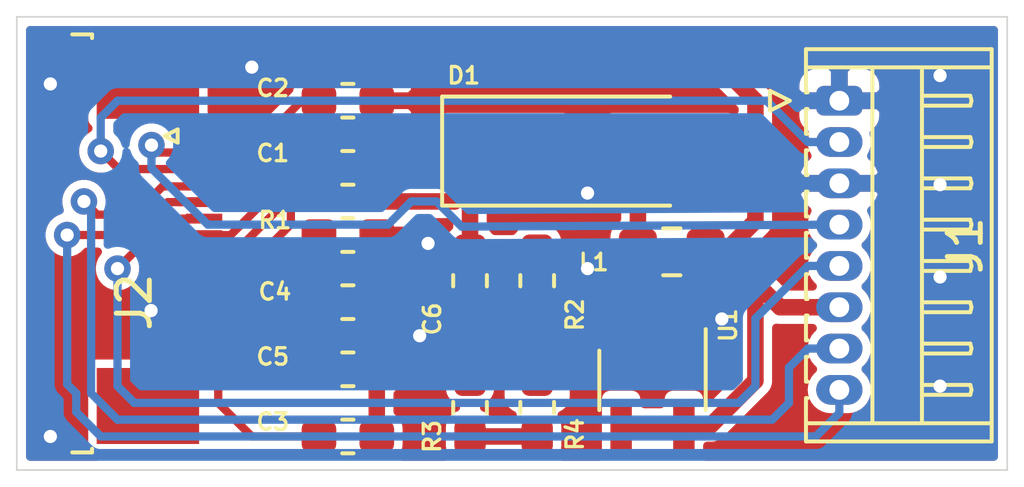
<source format=kicad_pcb>
(kicad_pcb (version 20171130) (host pcbnew "(5.1.5-0-10_14)")

  (general
    (thickness 1.6)
    (drawings 4)
    (tracks 147)
    (zones 0)
    (modules 15)
    (nets 17)
  )

  (page A4)
  (layers
    (0 F.Cu signal)
    (31 B.Cu signal)
    (32 B.Adhes user)
    (33 F.Adhes user)
    (34 B.Paste user)
    (35 F.Paste user)
    (36 B.SilkS user)
    (37 F.SilkS user)
    (38 B.Mask user)
    (39 F.Mask user)
    (40 Dwgs.User user)
    (41 Cmts.User user)
    (42 Eco1.User user)
    (43 Eco2.User user)
    (44 Edge.Cuts user)
    (45 Margin user)
    (46 B.CrtYd user)
    (47 F.CrtYd user)
    (48 B.Fab user)
    (49 F.Fab user)
  )

  (setup
    (last_trace_width 0.25)
    (user_trace_width 0.5)
    (trace_clearance 0.2)
    (zone_clearance 0.254)
    (zone_45_only no)
    (trace_min 0.2)
    (via_size 0.8)
    (via_drill 0.4)
    (via_min_size 0.4)
    (via_min_drill 0.3)
    (uvia_size 0.3)
    (uvia_drill 0.1)
    (uvias_allowed no)
    (uvia_min_size 0.2)
    (uvia_min_drill 0.1)
    (edge_width 0.05)
    (segment_width 0.2)
    (pcb_text_width 0.3)
    (pcb_text_size 1.5 1.5)
    (mod_edge_width 0.12)
    (mod_text_size 1 1)
    (mod_text_width 0.15)
    (pad_size 1.524 1.524)
    (pad_drill 0.762)
    (pad_to_mask_clearance 0.051)
    (solder_mask_min_width 0.25)
    (aux_axis_origin 0 0)
    (visible_elements FFFFFF7F)
    (pcbplotparams
      (layerselection 0x010fc_ffffffff)
      (usegerberextensions false)
      (usegerberattributes false)
      (usegerberadvancedattributes false)
      (creategerberjobfile false)
      (excludeedgelayer true)
      (linewidth 0.100000)
      (plotframeref false)
      (viasonmask false)
      (mode 1)
      (useauxorigin false)
      (hpglpennumber 1)
      (hpglpenspeed 20)
      (hpglpendiameter 15.000000)
      (psnegative false)
      (psa4output false)
      (plotreference true)
      (plotvalue true)
      (plotinvisibletext false)
      (padsonsilk false)
      (subtractmaskfromsilk false)
      (outputformat 1)
      (mirror false)
      (drillshape 0)
      (scaleselection 1)
      (outputdirectory ""))
  )

  (net 0 "")
  (net 1 GND)
  (net 2 +12V)
  (net 3 +3V3)
  (net 4 "Net-(C3-Pad1)")
  (net 5 "Net-(C4-Pad1)")
  (net 6 "Net-(C5-Pad1)")
  (net 7 "Net-(C6-Pad2)")
  (net 8 "Net-(D1-Pad2)")
  (net 9 CLOCK)
  (net 10 MOSI)
  (net 11 SS)
  (net 12 DC)
  (net 13 RST)
  (net 14 "Net-(J2-Pad9)")
  (net 15 "Net-(J2-Pad11)")
  (net 16 "Net-(R3-Pad2)")

  (net_class Default "This is the default net class."
    (clearance 0.2)
    (trace_width 0.25)
    (via_dia 0.8)
    (via_drill 0.4)
    (uvia_dia 0.3)
    (uvia_drill 0.1)
    (add_net +12V)
    (add_net +3V3)
    (add_net CLOCK)
    (add_net DC)
    (add_net GND)
    (add_net MOSI)
    (add_net "Net-(C3-Pad1)")
    (add_net "Net-(C4-Pad1)")
    (add_net "Net-(C5-Pad1)")
    (add_net "Net-(C6-Pad2)")
    (add_net "Net-(D1-Pad2)")
    (add_net "Net-(J2-Pad11)")
    (add_net "Net-(J2-Pad9)")
    (add_net "Net-(R3-Pad2)")
    (add_net RST)
    (add_net SS)
  )

  (net_class +12V ""
    (clearance 0.2)
    (trace_width 0.5)
    (via_dia 0.8)
    (via_drill 0.4)
    (uvia_dia 0.3)
    (uvia_drill 0.1)
  )

  (net_class VCC ""
    (clearance 0.2)
    (trace_width 0.5)
    (via_dia 0.8)
    (via_drill 0.4)
    (uvia_dia 0.3)
    (uvia_drill 0.1)
  )

  (module Diode_SMD:D_SMA_Handsoldering (layer F.Cu) (tedit 58643398) (tstamp 5F7A14B2)
    (at 37.084 145.796)
    (descr "Diode SMA (DO-214AC) Handsoldering")
    (tags "Diode SMA (DO-214AC) Handsoldering")
    (path /5F791D8C)
    (attr smd)
    (fp_text reference D1 (at -3.7465 -2.286) (layer F.SilkS)
      (effects (font (size 0.5 0.5) (thickness 0.1)))
    )
    (fp_text value SS14 (at 3.1115 -2.286) (layer F.Fab)
      (effects (font (size 0.5 0.5) (thickness 0.1)))
    )
    (fp_line (start -4.4 -1.65) (end -4.4 1.65) (layer F.SilkS) (width 0.12))
    (fp_line (start 2.3 1.5) (end -2.3 1.5) (layer F.Fab) (width 0.1))
    (fp_line (start -2.3 1.5) (end -2.3 -1.5) (layer F.Fab) (width 0.1))
    (fp_line (start 2.3 -1.5) (end 2.3 1.5) (layer F.Fab) (width 0.1))
    (fp_line (start 2.3 -1.5) (end -2.3 -1.5) (layer F.Fab) (width 0.1))
    (fp_line (start -4.5 -1.75) (end 4.5 -1.75) (layer F.CrtYd) (width 0.05))
    (fp_line (start 4.5 -1.75) (end 4.5 1.75) (layer F.CrtYd) (width 0.05))
    (fp_line (start 4.5 1.75) (end -4.5 1.75) (layer F.CrtYd) (width 0.05))
    (fp_line (start -4.5 1.75) (end -4.5 -1.75) (layer F.CrtYd) (width 0.05))
    (fp_line (start -0.64944 0.00102) (end -1.55114 0.00102) (layer F.Fab) (width 0.1))
    (fp_line (start 0.50118 0.00102) (end 1.4994 0.00102) (layer F.Fab) (width 0.1))
    (fp_line (start -0.64944 -0.79908) (end -0.64944 0.80112) (layer F.Fab) (width 0.1))
    (fp_line (start 0.50118 0.75032) (end 0.50118 -0.79908) (layer F.Fab) (width 0.1))
    (fp_line (start -0.64944 0.00102) (end 0.50118 0.75032) (layer F.Fab) (width 0.1))
    (fp_line (start -0.64944 0.00102) (end 0.50118 -0.79908) (layer F.Fab) (width 0.1))
    (fp_line (start -4.4 1.65) (end 2.5 1.65) (layer F.SilkS) (width 0.12))
    (fp_line (start -4.4 -1.65) (end 2.5 -1.65) (layer F.SilkS) (width 0.12))
    (pad 1 smd rect (at -2.5 0) (size 3.5 1.8) (layers F.Cu F.Paste F.Mask)
      (net 2 +12V))
    (pad 2 smd rect (at 2.5 0) (size 3.5 1.8) (layers F.Cu F.Paste F.Mask)
      (net 8 "Net-(D1-Pad2)"))
    (model ${KISYS3DMOD}/Diode_SMD.3dshapes/D_SMA.wrl
      (at (xyz 0 0 0))
      (scale (xyz 1 1 1))
      (rotate (xyz 0 0 0))
    )
  )

  (module Capacitor_SMD:C_0603_1608Metric_Pad1.05x0.95mm_HandSolder (layer F.Cu) (tedit 5B301BBE) (tstamp 5F7A67A4)
    (at 33.528 149.719 270)
    (descr "Capacitor SMD 0603 (1608 Metric), square (rectangular) end terminal, IPC_7351 nominal with elongated pad for handsoldering. (Body size source: http://www.tortai-tech.com/upload/download/2011102023233369053.pdf), generated with kicad-footprint-generator")
    (tags "capacitor handsolder")
    (path /5F793D16)
    (attr smd)
    (fp_text reference C6 (at 1.157 1.143 90) (layer F.SilkS)
      (effects (font (size 0.5 0.5) (thickness 0.1)))
    )
    (fp_text value 22p (at -1.002 1.2065 90) (layer F.Fab)
      (effects (font (size 0.5 0.5) (thickness 0.1)))
    )
    (fp_line (start -0.8 0.4) (end -0.8 -0.4) (layer F.Fab) (width 0.1))
    (fp_line (start -0.8 -0.4) (end 0.8 -0.4) (layer F.Fab) (width 0.1))
    (fp_line (start 0.8 -0.4) (end 0.8 0.4) (layer F.Fab) (width 0.1))
    (fp_line (start 0.8 0.4) (end -0.8 0.4) (layer F.Fab) (width 0.1))
    (fp_line (start -0.171267 -0.51) (end 0.171267 -0.51) (layer F.SilkS) (width 0.12))
    (fp_line (start -0.171267 0.51) (end 0.171267 0.51) (layer F.SilkS) (width 0.12))
    (fp_line (start -1.65 0.73) (end -1.65 -0.73) (layer F.CrtYd) (width 0.05))
    (fp_line (start -1.65 -0.73) (end 1.65 -0.73) (layer F.CrtYd) (width 0.05))
    (fp_line (start 1.65 -0.73) (end 1.65 0.73) (layer F.CrtYd) (width 0.05))
    (fp_line (start 1.65 0.73) (end -1.65 0.73) (layer F.CrtYd) (width 0.05))
    (fp_text user %R (at 0 0 90) (layer F.Fab)
      (effects (font (size 0.4 0.4) (thickness 0.06)))
    )
    (pad 1 smd roundrect (at -0.875 0 270) (size 1.05 0.95) (layers F.Cu F.Paste F.Mask) (roundrect_rratio 0.25)
      (net 2 +12V))
    (pad 2 smd roundrect (at 0.875 0 270) (size 1.05 0.95) (layers F.Cu F.Paste F.Mask) (roundrect_rratio 0.25)
      (net 7 "Net-(C6-Pad2)"))
    (model ${KISYS3DMOD}/Capacitor_SMD.3dshapes/C_0603_1608Metric.wrl
      (at (xyz 0 0 0))
      (scale (xyz 1 1 1))
      (rotate (xyz 0 0 0))
    )
  )

  (module Inductor_SMD:L_0805_2012Metric_Pad1.15x1.40mm_HandSolder (layer F.Cu) (tedit 5B36C52B) (tstamp 5F7A6F07)
    (at 39.633 148.844 180)
    (descr "Capacitor SMD 0805 (2012 Metric), square (rectangular) end terminal, IPC_7351 nominal with elongated pad for handsoldering. (Body size source: https://docs.google.com/spreadsheets/d/1BsfQQcO9C6DZCsRaXUlFlo91Tg2WpOkGARC1WS5S8t0/edit?usp=sharing), generated with kicad-footprint-generator")
    (tags "inductor handsolder")
    (path /5F790170)
    (attr smd)
    (fp_text reference L1 (at 2.3585 -0.3175) (layer F.SilkS)
      (effects (font (size 0.5 0.5) (thickness 0.1)))
    )
    (fp_text value 22u (at 2.4855 0.508) (layer F.Fab)
      (effects (font (size 0.5 0.5) (thickness 0.1)))
    )
    (fp_line (start -1 0.6) (end -1 -0.6) (layer F.Fab) (width 0.1))
    (fp_line (start -1 -0.6) (end 1 -0.6) (layer F.Fab) (width 0.1))
    (fp_line (start 1 -0.6) (end 1 0.6) (layer F.Fab) (width 0.1))
    (fp_line (start 1 0.6) (end -1 0.6) (layer F.Fab) (width 0.1))
    (fp_line (start -0.261252 -0.71) (end 0.261252 -0.71) (layer F.SilkS) (width 0.12))
    (fp_line (start -0.261252 0.71) (end 0.261252 0.71) (layer F.SilkS) (width 0.12))
    (fp_line (start -1.85 0.95) (end -1.85 -0.95) (layer F.CrtYd) (width 0.05))
    (fp_line (start -1.85 -0.95) (end 1.85 -0.95) (layer F.CrtYd) (width 0.05))
    (fp_line (start 1.85 -0.95) (end 1.85 0.95) (layer F.CrtYd) (width 0.05))
    (fp_line (start 1.85 0.95) (end -1.85 0.95) (layer F.CrtYd) (width 0.05))
    (fp_text user %R (at 0 0) (layer F.Fab)
      (effects (font (size 0.5 0.5) (thickness 0.08)))
    )
    (pad 1 smd roundrect (at -1.025 0 180) (size 1.15 1.4) (layers F.Cu F.Paste F.Mask) (roundrect_rratio 0.217391)
      (net 3 +3V3))
    (pad 2 smd roundrect (at 1.025 0 180) (size 1.15 1.4) (layers F.Cu F.Paste F.Mask) (roundrect_rratio 0.217391)
      (net 8 "Net-(D1-Pad2)"))
    (model ${KISYS3DMOD}/Inductor_SMD.3dshapes/L_0805_2012Metric.wrl
      (at (xyz 0 0 0))
      (scale (xyz 1 1 1))
      (rotate (xyz 0 0 0))
    )
  )

  (module Package_TO_SOT_SMD:SOT-23-5_HandSoldering (layer F.Cu) (tedit 5A0AB76C) (tstamp 5F7A270A)
    (at 39.05 152.734 270)
    (descr "5-pin SOT23 package")
    (tags "SOT-23-5 hand-soldering")
    (path /5F78C138)
    (attr smd)
    (fp_text reference U1 (at -1.6675 -2.2885 90) (layer F.SilkS)
      (effects (font (size 0.5 0.5) (thickness 0.1)))
    )
    (fp_text value TPS61041DBV (at 1.063 -2.0345 90) (layer F.Fab)
      (effects (font (size 0.25 0.25) (thickness 0.05)))
    )
    (fp_text user %R (at 0 0) (layer F.Fab)
      (effects (font (size 0.5 0.5) (thickness 0.075)))
    )
    (fp_line (start -0.9 1.61) (end 0.9 1.61) (layer F.SilkS) (width 0.12))
    (fp_line (start 0.9 -1.61) (end -1.55 -1.61) (layer F.SilkS) (width 0.12))
    (fp_line (start -0.9 -0.9) (end -0.25 -1.55) (layer F.Fab) (width 0.1))
    (fp_line (start 0.9 -1.55) (end -0.25 -1.55) (layer F.Fab) (width 0.1))
    (fp_line (start -0.9 -0.9) (end -0.9 1.55) (layer F.Fab) (width 0.1))
    (fp_line (start 0.9 1.55) (end -0.9 1.55) (layer F.Fab) (width 0.1))
    (fp_line (start 0.9 -1.55) (end 0.9 1.55) (layer F.Fab) (width 0.1))
    (fp_line (start -2.38 -1.8) (end 2.38 -1.8) (layer F.CrtYd) (width 0.05))
    (fp_line (start -2.38 -1.8) (end -2.38 1.8) (layer F.CrtYd) (width 0.05))
    (fp_line (start 2.38 1.8) (end 2.38 -1.8) (layer F.CrtYd) (width 0.05))
    (fp_line (start 2.38 1.8) (end -2.38 1.8) (layer F.CrtYd) (width 0.05))
    (pad 1 smd rect (at -1.35 -0.95 270) (size 1.56 0.65) (layers F.Cu F.Paste F.Mask)
      (net 8 "Net-(D1-Pad2)"))
    (pad 2 smd rect (at -1.35 0 270) (size 1.56 0.65) (layers F.Cu F.Paste F.Mask)
      (net 1 GND))
    (pad 3 smd rect (at -1.35 0.95 270) (size 1.56 0.65) (layers F.Cu F.Paste F.Mask)
      (net 7 "Net-(C6-Pad2)"))
    (pad 4 smd rect (at 1.35 0.95 270) (size 1.56 0.65) (layers F.Cu F.Paste F.Mask)
      (net 3 +3V3))
    (pad 5 smd rect (at 1.35 -0.95 270) (size 1.56 0.65) (layers F.Cu F.Paste F.Mask)
      (net 3 +3V3))
    (model ${KISYS3DMOD}/Package_TO_SOT_SMD.3dshapes/SOT-23-5.wrl
      (at (xyz 0 0 0))
      (scale (xyz 1 1 1))
      (rotate (xyz 0 0 0))
    )
  )

  (module Resistor_SMD:R_0603_1608Metric_Pad1.05x0.95mm_HandSolder (layer F.Cu) (tedit 5B301BBD) (tstamp 5F7A2842)
    (at 35.56 149.719 270)
    (descr "Resistor SMD 0603 (1608 Metric), square (rectangular) end terminal, IPC_7351 nominal with elongated pad for handsoldering. (Body size source: http://www.tortai-tech.com/upload/download/2011102023233369053.pdf), generated with kicad-footprint-generator")
    (tags "resistor handsolder")
    (path /5F7956D2)
    (attr smd)
    (fp_text reference R2 (at 1.03 -1.143 90) (layer F.SilkS)
      (effects (font (size 0.5 0.5) (thickness 0.1)))
    )
    (fp_text value 2M (at 0 1.43 90) (layer F.Fab)
      (effects (font (size 1 1) (thickness 0.15)))
    )
    (fp_line (start -0.8 0.4) (end -0.8 -0.4) (layer F.Fab) (width 0.1))
    (fp_line (start -0.8 -0.4) (end 0.8 -0.4) (layer F.Fab) (width 0.1))
    (fp_line (start 0.8 -0.4) (end 0.8 0.4) (layer F.Fab) (width 0.1))
    (fp_line (start 0.8 0.4) (end -0.8 0.4) (layer F.Fab) (width 0.1))
    (fp_line (start -0.171267 -0.51) (end 0.171267 -0.51) (layer F.SilkS) (width 0.12))
    (fp_line (start -0.171267 0.51) (end 0.171267 0.51) (layer F.SilkS) (width 0.12))
    (fp_line (start -1.65 0.73) (end -1.65 -0.73) (layer F.CrtYd) (width 0.05))
    (fp_line (start -1.65 -0.73) (end 1.65 -0.73) (layer F.CrtYd) (width 0.05))
    (fp_line (start 1.65 -0.73) (end 1.65 0.73) (layer F.CrtYd) (width 0.05))
    (fp_line (start 1.65 0.73) (end -1.65 0.73) (layer F.CrtYd) (width 0.05))
    (fp_text user %R (at 0 0 90) (layer F.Fab)
      (effects (font (size 0.4 0.4) (thickness 0.06)))
    )
    (pad 1 smd roundrect (at -0.875 0 270) (size 1.05 0.95) (layers F.Cu F.Paste F.Mask) (roundrect_rratio 0.25)
      (net 2 +12V))
    (pad 2 smd roundrect (at 0.875 0 270) (size 1.05 0.95) (layers F.Cu F.Paste F.Mask) (roundrect_rratio 0.25)
      (net 7 "Net-(C6-Pad2)"))
    (model ${KISYS3DMOD}/Resistor_SMD.3dshapes/R_0603_1608Metric.wrl
      (at (xyz 0 0 0))
      (scale (xyz 1 1 1))
      (rotate (xyz 0 0 0))
    )
  )

  (module Resistor_SMD:R_0603_1608Metric_Pad1.05x0.95mm_HandSolder (layer F.Cu) (tedit 5B301BBD) (tstamp 5F7A3B16)
    (at 33.528 153.557 270)
    (descr "Resistor SMD 0603 (1608 Metric), square (rectangular) end terminal, IPC_7351 nominal with elongated pad for handsoldering. (Body size source: http://www.tortai-tech.com/upload/download/2011102023233369053.pdf), generated with kicad-footprint-generator")
    (tags "resistor handsolder")
    (path /5F795E36)
    (attr smd)
    (fp_text reference R3 (at 0.875 1.143 90) (layer F.SilkS)
      (effects (font (size 0.5 0.5) (thickness 0.1)))
    )
    (fp_text value 220k (at -0.903 1.143 90) (layer F.Fab)
      (effects (font (size 0.5 0.5) (thickness 0.1)))
    )
    (fp_line (start -0.8 0.4) (end -0.8 -0.4) (layer F.Fab) (width 0.1))
    (fp_line (start -0.8 -0.4) (end 0.8 -0.4) (layer F.Fab) (width 0.1))
    (fp_line (start 0.8 -0.4) (end 0.8 0.4) (layer F.Fab) (width 0.1))
    (fp_line (start 0.8 0.4) (end -0.8 0.4) (layer F.Fab) (width 0.1))
    (fp_line (start -0.171267 -0.51) (end 0.171267 -0.51) (layer F.SilkS) (width 0.12))
    (fp_line (start -0.171267 0.51) (end 0.171267 0.51) (layer F.SilkS) (width 0.12))
    (fp_line (start -1.65 0.73) (end -1.65 -0.73) (layer F.CrtYd) (width 0.05))
    (fp_line (start -1.65 -0.73) (end 1.65 -0.73) (layer F.CrtYd) (width 0.05))
    (fp_line (start 1.65 -0.73) (end 1.65 0.73) (layer F.CrtYd) (width 0.05))
    (fp_line (start 1.65 0.73) (end -1.65 0.73) (layer F.CrtYd) (width 0.05))
    (fp_text user %R (at 0 0 90) (layer F.Fab)
      (effects (font (size 0.4 0.4) (thickness 0.06)))
    )
    (pad 1 smd roundrect (at -0.875 0 270) (size 1.05 0.95) (layers F.Cu F.Paste F.Mask) (roundrect_rratio 0.25)
      (net 7 "Net-(C6-Pad2)"))
    (pad 2 smd roundrect (at 0.875 0 270) (size 1.05 0.95) (layers F.Cu F.Paste F.Mask) (roundrect_rratio 0.25)
      (net 16 "Net-(R3-Pad2)"))
    (model ${KISYS3DMOD}/Resistor_SMD.3dshapes/R_0603_1608Metric.wrl
      (at (xyz 0 0 0))
      (scale (xyz 1 1 1))
      (rotate (xyz 0 0 0))
    )
  )

  (module Resistor_SMD:R_0603_1608Metric_Pad1.05x0.95mm_HandSolder (layer F.Cu) (tedit 5B301BBD) (tstamp 5F7A332E)
    (at 35.56 153.557 90)
    (descr "Resistor SMD 0603 (1608 Metric), square (rectangular) end terminal, IPC_7351 nominal with elongated pad for handsoldering. (Body size source: http://www.tortai-tech.com/upload/download/2011102023233369053.pdf), generated with kicad-footprint-generator")
    (tags "resistor handsolder")
    (path /5F853910)
    (attr smd)
    (fp_text reference R4 (at -0.8115 1.143 90) (layer F.SilkS)
      (effects (font (size 0.5 0.5) (thickness 0.1)))
    )
    (fp_text value 10k (at 0.9665 1.143 90) (layer F.Fab)
      (effects (font (size 0.5 0.5) (thickness 0.1)))
    )
    (fp_text user %R (at 0 0 90) (layer F.Fab)
      (effects (font (size 0.4 0.4) (thickness 0.06)))
    )
    (fp_line (start 1.65 0.73) (end -1.65 0.73) (layer F.CrtYd) (width 0.05))
    (fp_line (start 1.65 -0.73) (end 1.65 0.73) (layer F.CrtYd) (width 0.05))
    (fp_line (start -1.65 -0.73) (end 1.65 -0.73) (layer F.CrtYd) (width 0.05))
    (fp_line (start -1.65 0.73) (end -1.65 -0.73) (layer F.CrtYd) (width 0.05))
    (fp_line (start -0.171267 0.51) (end 0.171267 0.51) (layer F.SilkS) (width 0.12))
    (fp_line (start -0.171267 -0.51) (end 0.171267 -0.51) (layer F.SilkS) (width 0.12))
    (fp_line (start 0.8 0.4) (end -0.8 0.4) (layer F.Fab) (width 0.1))
    (fp_line (start 0.8 -0.4) (end 0.8 0.4) (layer F.Fab) (width 0.1))
    (fp_line (start -0.8 -0.4) (end 0.8 -0.4) (layer F.Fab) (width 0.1))
    (fp_line (start -0.8 0.4) (end -0.8 -0.4) (layer F.Fab) (width 0.1))
    (pad 2 smd roundrect (at 0.875 0 90) (size 1.05 0.95) (layers F.Cu F.Paste F.Mask) (roundrect_rratio 0.25)
      (net 1 GND))
    (pad 1 smd roundrect (at -0.875 0 90) (size 1.05 0.95) (layers F.Cu F.Paste F.Mask) (roundrect_rratio 0.25)
      (net 16 "Net-(R3-Pad2)"))
    (model ${KISYS3DMOD}/Resistor_SMD.3dshapes/R_0603_1608Metric.wrl
      (at (xyz 0 0 0))
      (scale (xyz 1 1 1))
      (rotate (xyz 0 0 0))
    )
  )

  (module Capacitor_SMD:C_0603_1608Metric_Pad1.05x0.95mm_HandSolder (layer F.Cu) (tedit 5B301BBE) (tstamp 5F7A64FE)
    (at 29.831 146.304 180)
    (descr "Capacitor SMD 0603 (1608 Metric), square (rectangular) end terminal, IPC_7351 nominal with elongated pad for handsoldering. (Body size source: http://www.tortai-tech.com/upload/download/2011102023233369053.pdf), generated with kicad-footprint-generator")
    (tags "capacitor handsolder")
    (path /5F7AA3CC)
    (attr smd)
    (fp_text reference C1 (at 2.272 0.4445) (layer F.SilkS)
      (effects (font (size 0.5 0.5) (thickness 0.1)))
    )
    (fp_text value 4.7u (at 2.526 -0.4445) (layer F.Fab)
      (effects (font (size 0.5 0.5) (thickness 0.1)))
    )
    (fp_line (start -0.8 0.4) (end -0.8 -0.4) (layer F.Fab) (width 0.1))
    (fp_line (start -0.8 -0.4) (end 0.8 -0.4) (layer F.Fab) (width 0.1))
    (fp_line (start 0.8 -0.4) (end 0.8 0.4) (layer F.Fab) (width 0.1))
    (fp_line (start 0.8 0.4) (end -0.8 0.4) (layer F.Fab) (width 0.1))
    (fp_line (start -0.171267 -0.51) (end 0.171267 -0.51) (layer F.SilkS) (width 0.12))
    (fp_line (start -0.171267 0.51) (end 0.171267 0.51) (layer F.SilkS) (width 0.12))
    (fp_line (start -1.65 0.73) (end -1.65 -0.73) (layer F.CrtYd) (width 0.05))
    (fp_line (start -1.65 -0.73) (end 1.65 -0.73) (layer F.CrtYd) (width 0.05))
    (fp_line (start 1.65 -0.73) (end 1.65 0.73) (layer F.CrtYd) (width 0.05))
    (fp_line (start 1.65 0.73) (end -1.65 0.73) (layer F.CrtYd) (width 0.05))
    (fp_text user %R (at 0 0) (layer F.Fab)
      (effects (font (size 0.4 0.4) (thickness 0.06)))
    )
    (pad 1 smd roundrect (at -0.875 0 180) (size 1.05 0.95) (layers F.Cu F.Paste F.Mask) (roundrect_rratio 0.25)
      (net 1 GND))
    (pad 2 smd roundrect (at 0.875 0 180) (size 1.05 0.95) (layers F.Cu F.Paste F.Mask) (roundrect_rratio 0.25)
      (net 2 +12V))
    (model ${KISYS3DMOD}/Capacitor_SMD.3dshapes/C_0603_1608Metric.wrl
      (at (xyz 0 0 0))
      (scale (xyz 1 1 1))
      (rotate (xyz 0 0 0))
    )
  )

  (module Capacitor_SMD:C_0603_1608Metric_Pad1.05x0.95mm_HandSolder (layer F.Cu) (tedit 5B301BBE) (tstamp 5F7A6475)
    (at 29.831 144.272 180)
    (descr "Capacitor SMD 0603 (1608 Metric), square (rectangular) end terminal, IPC_7351 nominal with elongated pad for handsoldering. (Body size source: http://www.tortai-tech.com/upload/download/2011102023233369053.pdf), generated with kicad-footprint-generator")
    (tags "capacitor handsolder")
    (path /5F7A8E79)
    (attr smd)
    (fp_text reference C2 (at 2.272 0.381) (layer F.SilkS)
      (effects (font (size 0.5 0.5) (thickness 0.1)))
    )
    (fp_text value 1u (at 2.2085 -0.4445) (layer F.Fab)
      (effects (font (size 0.5 0.5) (thickness 0.1)))
    )
    (fp_line (start -0.8 0.4) (end -0.8 -0.4) (layer F.Fab) (width 0.1))
    (fp_line (start -0.8 -0.4) (end 0.8 -0.4) (layer F.Fab) (width 0.1))
    (fp_line (start 0.8 -0.4) (end 0.8 0.4) (layer F.Fab) (width 0.1))
    (fp_line (start 0.8 0.4) (end -0.8 0.4) (layer F.Fab) (width 0.1))
    (fp_line (start -0.171267 -0.51) (end 0.171267 -0.51) (layer F.SilkS) (width 0.12))
    (fp_line (start -0.171267 0.51) (end 0.171267 0.51) (layer F.SilkS) (width 0.12))
    (fp_line (start -1.65 0.73) (end -1.65 -0.73) (layer F.CrtYd) (width 0.05))
    (fp_line (start -1.65 -0.73) (end 1.65 -0.73) (layer F.CrtYd) (width 0.05))
    (fp_line (start 1.65 -0.73) (end 1.65 0.73) (layer F.CrtYd) (width 0.05))
    (fp_line (start 1.65 0.73) (end -1.65 0.73) (layer F.CrtYd) (width 0.05))
    (fp_text user %R (at 0 0) (layer F.Fab)
      (effects (font (size 0.4 0.4) (thickness 0.06)))
    )
    (pad 1 smd roundrect (at -0.875 0 180) (size 1.05 0.95) (layers F.Cu F.Paste F.Mask) (roundrect_rratio 0.25)
      (net 1 GND))
    (pad 2 smd roundrect (at 0.875 0 180) (size 1.05 0.95) (layers F.Cu F.Paste F.Mask) (roundrect_rratio 0.25)
      (net 3 +3V3))
    (model ${KISYS3DMOD}/Capacitor_SMD.3dshapes/C_0603_1608Metric.wrl
      (at (xyz 0 0 0))
      (scale (xyz 1 1 1))
      (rotate (xyz 0 0 0))
    )
  )

  (module Capacitor_SMD:C_0603_1608Metric_Pad1.05x0.95mm_HandSolder (layer F.Cu) (tedit 5B301BBE) (tstamp 5F7A3D2F)
    (at 29.831 154.432)
    (descr "Capacitor SMD 0603 (1608 Metric), square (rectangular) end terminal, IPC_7351 nominal with elongated pad for handsoldering. (Body size source: http://www.tortai-tech.com/upload/download/2011102023233369053.pdf), generated with kicad-footprint-generator")
    (tags "capacitor handsolder")
    (path /5F7AE8B0)
    (attr smd)
    (fp_text reference C3 (at -2.272 -0.4445) (layer F.SilkS)
      (effects (font (size 0.5 0.5) (thickness 0.1)))
    )
    (fp_text value 4.7u (at -2.5895 0.381) (layer F.Fab)
      (effects (font (size 0.5 0.5) (thickness 0.1)))
    )
    (fp_text user %R (at 0 0) (layer F.Fab)
      (effects (font (size 0.4 0.4) (thickness 0.06)))
    )
    (fp_line (start 1.65 0.73) (end -1.65 0.73) (layer F.CrtYd) (width 0.05))
    (fp_line (start 1.65 -0.73) (end 1.65 0.73) (layer F.CrtYd) (width 0.05))
    (fp_line (start -1.65 -0.73) (end 1.65 -0.73) (layer F.CrtYd) (width 0.05))
    (fp_line (start -1.65 0.73) (end -1.65 -0.73) (layer F.CrtYd) (width 0.05))
    (fp_line (start -0.171267 0.51) (end 0.171267 0.51) (layer F.SilkS) (width 0.12))
    (fp_line (start -0.171267 -0.51) (end 0.171267 -0.51) (layer F.SilkS) (width 0.12))
    (fp_line (start 0.8 0.4) (end -0.8 0.4) (layer F.Fab) (width 0.1))
    (fp_line (start 0.8 -0.4) (end 0.8 0.4) (layer F.Fab) (width 0.1))
    (fp_line (start -0.8 -0.4) (end 0.8 -0.4) (layer F.Fab) (width 0.1))
    (fp_line (start -0.8 0.4) (end -0.8 -0.4) (layer F.Fab) (width 0.1))
    (pad 2 smd roundrect (at 0.875 0) (size 1.05 0.95) (layers F.Cu F.Paste F.Mask) (roundrect_rratio 0.25)
      (net 2 +12V))
    (pad 1 smd roundrect (at -0.875 0) (size 1.05 0.95) (layers F.Cu F.Paste F.Mask) (roundrect_rratio 0.25)
      (net 4 "Net-(C3-Pad1)"))
    (model ${KISYS3DMOD}/Capacitor_SMD.3dshapes/C_0603_1608Metric.wrl
      (at (xyz 0 0 0))
      (scale (xyz 1 1 1))
      (rotate (xyz 0 0 0))
    )
  )

  (module Capacitor_SMD:C_0603_1608Metric_Pad1.05x0.95mm_HandSolder (layer F.Cu) (tedit 5B301BBE) (tstamp 5F7A6602)
    (at 29.831 150.368)
    (descr "Capacitor SMD 0603 (1608 Metric), square (rectangular) end terminal, IPC_7351 nominal with elongated pad for handsoldering. (Body size source: http://www.tortai-tech.com/upload/download/2011102023233369053.pdf), generated with kicad-footprint-generator")
    (tags "capacitor handsolder")
    (path /5F7AD2FD)
    (attr smd)
    (fp_text reference C4 (at -2.2085 -0.3175) (layer F.SilkS)
      (effects (font (size 0.5 0.5) (thickness 0.1)))
    )
    (fp_text value 4.7u (at -2.526 0.4445) (layer F.Fab)
      (effects (font (size 0.5 0.5) (thickness 0.1)))
    )
    (fp_text user %R (at 0 0) (layer F.Fab)
      (effects (font (size 0.4 0.4) (thickness 0.06)))
    )
    (fp_line (start 1.65 0.73) (end -1.65 0.73) (layer F.CrtYd) (width 0.05))
    (fp_line (start 1.65 -0.73) (end 1.65 0.73) (layer F.CrtYd) (width 0.05))
    (fp_line (start -1.65 -0.73) (end 1.65 -0.73) (layer F.CrtYd) (width 0.05))
    (fp_line (start -1.65 0.73) (end -1.65 -0.73) (layer F.CrtYd) (width 0.05))
    (fp_line (start -0.171267 0.51) (end 0.171267 0.51) (layer F.SilkS) (width 0.12))
    (fp_line (start -0.171267 -0.51) (end 0.171267 -0.51) (layer F.SilkS) (width 0.12))
    (fp_line (start 0.8 0.4) (end -0.8 0.4) (layer F.Fab) (width 0.1))
    (fp_line (start 0.8 -0.4) (end 0.8 0.4) (layer F.Fab) (width 0.1))
    (fp_line (start -0.8 -0.4) (end 0.8 -0.4) (layer F.Fab) (width 0.1))
    (fp_line (start -0.8 0.4) (end -0.8 -0.4) (layer F.Fab) (width 0.1))
    (pad 2 smd roundrect (at 0.875 0) (size 1.05 0.95) (layers F.Cu F.Paste F.Mask) (roundrect_rratio 0.25)
      (net 2 +12V))
    (pad 1 smd roundrect (at -0.875 0) (size 1.05 0.95) (layers F.Cu F.Paste F.Mask) (roundrect_rratio 0.25)
      (net 5 "Net-(C4-Pad1)"))
    (model ${KISYS3DMOD}/Capacitor_SMD.3dshapes/C_0603_1608Metric.wrl
      (at (xyz 0 0 0))
      (scale (xyz 1 1 1))
      (rotate (xyz 0 0 0))
    )
  )

  (module Capacitor_SMD:C_0603_1608Metric_Pad1.05x0.95mm_HandSolder (layer F.Cu) (tedit 5B301BBE) (tstamp 5F7A1489)
    (at 29.831 152.4)
    (descr "Capacitor SMD 0603 (1608 Metric), square (rectangular) end terminal, IPC_7351 nominal with elongated pad for handsoldering. (Body size source: http://www.tortai-tech.com/upload/download/2011102023233369053.pdf), generated with kicad-footprint-generator")
    (tags "capacitor handsolder")
    (path /5F7ADC89)
    (attr smd)
    (fp_text reference C5 (at -2.272 -0.381) (layer F.SilkS)
      (effects (font (size 0.5 0.5) (thickness 0.1)))
    )
    (fp_text value 4.7u (at -2.5895 0.4445) (layer F.Fab)
      (effects (font (size 0.5 0.5) (thickness 0.1)))
    )
    (fp_line (start -0.8 0.4) (end -0.8 -0.4) (layer F.Fab) (width 0.1))
    (fp_line (start -0.8 -0.4) (end 0.8 -0.4) (layer F.Fab) (width 0.1))
    (fp_line (start 0.8 -0.4) (end 0.8 0.4) (layer F.Fab) (width 0.1))
    (fp_line (start 0.8 0.4) (end -0.8 0.4) (layer F.Fab) (width 0.1))
    (fp_line (start -0.171267 -0.51) (end 0.171267 -0.51) (layer F.SilkS) (width 0.12))
    (fp_line (start -0.171267 0.51) (end 0.171267 0.51) (layer F.SilkS) (width 0.12))
    (fp_line (start -1.65 0.73) (end -1.65 -0.73) (layer F.CrtYd) (width 0.05))
    (fp_line (start -1.65 -0.73) (end 1.65 -0.73) (layer F.CrtYd) (width 0.05))
    (fp_line (start 1.65 -0.73) (end 1.65 0.73) (layer F.CrtYd) (width 0.05))
    (fp_line (start 1.65 0.73) (end -1.65 0.73) (layer F.CrtYd) (width 0.05))
    (fp_text user %R (at 0 0) (layer F.Fab)
      (effects (font (size 0.4 0.4) (thickness 0.06)))
    )
    (pad 1 smd roundrect (at -0.875 0) (size 1.05 0.95) (layers F.Cu F.Paste F.Mask) (roundrect_rratio 0.25)
      (net 6 "Net-(C5-Pad1)"))
    (pad 2 smd roundrect (at 0.875 0) (size 1.05 0.95) (layers F.Cu F.Paste F.Mask) (roundrect_rratio 0.25)
      (net 2 +12V))
    (model ${KISYS3DMOD}/Capacitor_SMD.3dshapes/C_0603_1608Metric.wrl
      (at (xyz 0 0 0))
      (scale (xyz 1 1 1))
      (rotate (xyz 0 0 0))
    )
  )

  (module Connector_Hirose:Hirose_DF13-08P-1.25DS_1x08_P1.25mm_Horizontal (layer F.Cu) (tedit 5D246AAF) (tstamp 5F7A6D93)
    (at 44.704 144.272 270)
    (descr "Hirose DF13 through hole, DF13-08P-1.25DS, 8 Pins per row (https://www.hirose.com/product/en/products/DF13/DF13-4P-1.25DS%2820%29/), generated with kicad-footprint-generator")
    (tags "connector Hirose DF13 horizontal")
    (path /5F7BC4AB)
    (fp_text reference J1 (at 4.3815 -3.81 90) (layer F.SilkS)
      (effects (font (size 1 1) (thickness 0.15)))
    )
    (fp_text value Conn_01x08_Female (at 4.572 -1.7145 90) (layer F.Fab)
      (effects (font (size 0.5 0.5) (thickness 0.1)))
    )
    (fp_line (start -1.45 -4.5) (end -1.45 0.9) (layer F.Fab) (width 0.1))
    (fp_line (start -1.45 0.9) (end 10.2 0.9) (layer F.Fab) (width 0.1))
    (fp_line (start 10.2 0.9) (end 10.2 -4.5) (layer F.Fab) (width 0.1))
    (fp_line (start 10.2 -4.5) (end -1.45 -4.5) (layer F.Fab) (width 0.1))
    (fp_line (start -0.25 0.96) (end -0.25 1.01) (layer F.SilkS) (width 0.12))
    (fp_line (start -0.25 1.01) (end -1.56 1.01) (layer F.SilkS) (width 0.12))
    (fp_line (start -1.56 1.01) (end -1.56 -4.61) (layer F.SilkS) (width 0.12))
    (fp_line (start -1.56 -4.61) (end 10.31 -4.61) (layer F.SilkS) (width 0.12))
    (fp_line (start 10.31 -4.61) (end 10.31 1.01) (layer F.SilkS) (width 0.12))
    (fp_line (start 10.31 1.01) (end 9 1.01) (layer F.SilkS) (width 0.12))
    (fp_line (start 9 1.01) (end 9 0.96) (layer F.SilkS) (width 0.12))
    (fp_line (start -1.01 -2.5) (end 9.76 -2.5) (layer F.SilkS) (width 0.12))
    (fp_line (start -1.01 -1) (end 9.76 -1) (layer F.SilkS) (width 0.12))
    (fp_line (start -1.01 -4.61) (end -1.01 1.01) (layer F.SilkS) (width 0.12))
    (fp_line (start 9.76 -4.61) (end 9.76 1.01) (layer F.SilkS) (width 0.12))
    (fp_line (start -0.15 -2.5) (end -0.15 -3.9625) (layer F.SilkS) (width 0.12))
    (fp_line (start -0.15 -3.9625) (end 0 -4) (layer F.SilkS) (width 0.12))
    (fp_line (start 0 -4) (end 0.15 -3.9625) (layer F.SilkS) (width 0.12))
    (fp_line (start 0.15 -3.9625) (end 0.15 -2.5) (layer F.SilkS) (width 0.12))
    (fp_line (start 1.1 -2.5) (end 1.1 -3.9625) (layer F.SilkS) (width 0.12))
    (fp_line (start 1.1 -3.9625) (end 1.25 -4) (layer F.SilkS) (width 0.12))
    (fp_line (start 1.25 -4) (end 1.4 -3.9625) (layer F.SilkS) (width 0.12))
    (fp_line (start 1.4 -3.9625) (end 1.4 -2.5) (layer F.SilkS) (width 0.12))
    (fp_line (start 0.25 0.96) (end 0.25 1.01) (layer F.SilkS) (width 0.12))
    (fp_line (start 0.25 1.01) (end 1 1.01) (layer F.SilkS) (width 0.12))
    (fp_line (start 1 1.01) (end 1 0.96) (layer F.SilkS) (width 0.12))
    (fp_line (start 2.35 -2.5) (end 2.35 -3.9625) (layer F.SilkS) (width 0.12))
    (fp_line (start 2.35 -3.9625) (end 2.5 -4) (layer F.SilkS) (width 0.12))
    (fp_line (start 2.5 -4) (end 2.65 -3.9625) (layer F.SilkS) (width 0.12))
    (fp_line (start 2.65 -3.9625) (end 2.65 -2.5) (layer F.SilkS) (width 0.12))
    (fp_line (start 1.5 0.96) (end 1.5 1.01) (layer F.SilkS) (width 0.12))
    (fp_line (start 1.5 1.01) (end 2.25 1.01) (layer F.SilkS) (width 0.12))
    (fp_line (start 2.25 1.01) (end 2.25 0.96) (layer F.SilkS) (width 0.12))
    (fp_line (start 3.6 -2.5) (end 3.6 -3.9625) (layer F.SilkS) (width 0.12))
    (fp_line (start 3.6 -3.9625) (end 3.75 -4) (layer F.SilkS) (width 0.12))
    (fp_line (start 3.75 -4) (end 3.9 -3.9625) (layer F.SilkS) (width 0.12))
    (fp_line (start 3.9 -3.9625) (end 3.9 -2.5) (layer F.SilkS) (width 0.12))
    (fp_line (start 2.75 0.96) (end 2.75 1.01) (layer F.SilkS) (width 0.12))
    (fp_line (start 2.75 1.01) (end 3.5 1.01) (layer F.SilkS) (width 0.12))
    (fp_line (start 3.5 1.01) (end 3.5 0.96) (layer F.SilkS) (width 0.12))
    (fp_line (start 4.85 -2.5) (end 4.85 -3.9625) (layer F.SilkS) (width 0.12))
    (fp_line (start 4.85 -3.9625) (end 5 -4) (layer F.SilkS) (width 0.12))
    (fp_line (start 5 -4) (end 5.15 -3.9625) (layer F.SilkS) (width 0.12))
    (fp_line (start 5.15 -3.9625) (end 5.15 -2.5) (layer F.SilkS) (width 0.12))
    (fp_line (start 4 0.96) (end 4 1.01) (layer F.SilkS) (width 0.12))
    (fp_line (start 4 1.01) (end 4.75 1.01) (layer F.SilkS) (width 0.12))
    (fp_line (start 4.75 1.01) (end 4.75 0.96) (layer F.SilkS) (width 0.12))
    (fp_line (start 6.1 -2.5) (end 6.1 -3.9625) (layer F.SilkS) (width 0.12))
    (fp_line (start 6.1 -3.9625) (end 6.25 -4) (layer F.SilkS) (width 0.12))
    (fp_line (start 6.25 -4) (end 6.4 -3.9625) (layer F.SilkS) (width 0.12))
    (fp_line (start 6.4 -3.9625) (end 6.4 -2.5) (layer F.SilkS) (width 0.12))
    (fp_line (start 5.25 0.96) (end 5.25 1.01) (layer F.SilkS) (width 0.12))
    (fp_line (start 5.25 1.01) (end 6 1.01) (layer F.SilkS) (width 0.12))
    (fp_line (start 6 1.01) (end 6 0.96) (layer F.SilkS) (width 0.12))
    (fp_line (start 7.35 -2.5) (end 7.35 -3.9625) (layer F.SilkS) (width 0.12))
    (fp_line (start 7.35 -3.9625) (end 7.5 -4) (layer F.SilkS) (width 0.12))
    (fp_line (start 7.5 -4) (end 7.65 -3.9625) (layer F.SilkS) (width 0.12))
    (fp_line (start 7.65 -3.9625) (end 7.65 -2.5) (layer F.SilkS) (width 0.12))
    (fp_line (start 6.5 0.96) (end 6.5 1.01) (layer F.SilkS) (width 0.12))
    (fp_line (start 6.5 1.01) (end 7.25 1.01) (layer F.SilkS) (width 0.12))
    (fp_line (start 7.25 1.01) (end 7.25 0.96) (layer F.SilkS) (width 0.12))
    (fp_line (start 8.6 -2.5) (end 8.6 -3.9625) (layer F.SilkS) (width 0.12))
    (fp_line (start 8.6 -3.9625) (end 8.75 -4) (layer F.SilkS) (width 0.12))
    (fp_line (start 8.75 -4) (end 8.9 -3.9625) (layer F.SilkS) (width 0.12))
    (fp_line (start 8.9 -3.9625) (end 8.9 -2.5) (layer F.SilkS) (width 0.12))
    (fp_line (start 7.75 0.96) (end 7.75 1.01) (layer F.SilkS) (width 0.12))
    (fp_line (start 7.75 1.01) (end 8.5 1.01) (layer F.SilkS) (width 0.12))
    (fp_line (start 8.5 1.01) (end 8.5 0.96) (layer F.SilkS) (width 0.12))
    (fp_line (start 0 1.5) (end -0.3 2.1) (layer F.SilkS) (width 0.12))
    (fp_line (start -0.3 2.1) (end 0.3 2.1) (layer F.SilkS) (width 0.12))
    (fp_line (start 0.3 2.1) (end 0 1.5) (layer F.SilkS) (width 0.12))
    (fp_line (start -0.5 0.9) (end 0 0.192893) (layer F.Fab) (width 0.1))
    (fp_line (start 0 0.192893) (end 0.5 0.9) (layer F.Fab) (width 0.1))
    (fp_line (start -1.95 -5) (end -1.95 1.4) (layer F.CrtYd) (width 0.05))
    (fp_line (start -1.95 1.4) (end 10.7 1.4) (layer F.CrtYd) (width 0.05))
    (fp_line (start 10.7 1.4) (end 10.7 -5) (layer F.CrtYd) (width 0.05))
    (fp_line (start 10.7 -5) (end -1.95 -5) (layer F.CrtYd) (width 0.05))
    (fp_text user %R (at 4.38 -3.8 90) (layer F.Fab)
      (effects (font (size 1 1) (thickness 0.15)))
    )
    (pad 1 thru_hole roundrect (at 0 0 270) (size 0.9 1.4) (drill 0.6) (layers *.Cu *.Mask) (roundrect_rratio 0.25)
      (net 1 GND))
    (pad 2 thru_hole oval (at 1.25 0 270) (size 0.9 1.4) (drill 0.6) (layers *.Cu *.Mask)
      (net 9 CLOCK))
    (pad 3 thru_hole oval (at 2.5 0 270) (size 0.9 1.4) (drill 0.6) (layers *.Cu *.Mask)
      (net 1 GND))
    (pad 4 thru_hole oval (at 3.75 0 270) (size 0.9 1.4) (drill 0.6) (layers *.Cu *.Mask)
      (net 10 MOSI))
    (pad 5 thru_hole oval (at 5 0 270) (size 0.9 1.4) (drill 0.6) (layers *.Cu *.Mask)
      (net 11 SS))
    (pad 6 thru_hole oval (at 6.25 0 270) (size 0.9 1.4) (drill 0.6) (layers *.Cu *.Mask)
      (net 3 +3V3))
    (pad 7 thru_hole oval (at 7.5 0 270) (size 0.9 1.4) (drill 0.6) (layers *.Cu *.Mask)
      (net 12 DC))
    (pad 8 thru_hole oval (at 8.75 0 270) (size 0.9 1.4) (drill 0.6) (layers *.Cu *.Mask)
      (net 13 RST))
    (model ${KISYS3DMOD}/Connector_Hirose.3dshapes/Hirose_DF13-08P-1.25DS_1x08_P1.25mm_Horizontal.wrl
      (at (xyz 0 0 0))
      (scale (xyz 1 1 1))
      (rotate (xyz 0 0 0))
    )
  )

  (module Connector_FFC-FPC:TE_1-1734839-4_1x14-1MP_P0.5mm_Horizontal (layer F.Cu) (tedit 5DB5C65C) (tstamp 5F7A6AA2)
    (at 24.13 148.59 270)
    (descr "TE FPC connector, 14 top-side contacts, 0.5mm pitch, SMT, https://www.te.com/commerce/DocumentDelivery/DDEController?Action=showdoc&DocId=Customer+Drawing%7F1734839%7FC%7Fpdf%7FEnglish%7FENG_CD_1734839_C_C_1734839.pdf%7F4-1734839-0")
    (tags "te fpc 1734839")
    (path /5F7981E5)
    (attr smd)
    (fp_text reference J2 (at 1.778 0.762 90) (layer F.SilkS)
      (effects (font (size 1 1) (thickness 0.15)))
    )
    (fp_text value Conn_01x14_Female (at 0 3.25 90) (layer Dwgs.User)
      (effects (font (size 0.5 0.5) (thickness 0.08)))
    )
    (fp_line (start -5.56 -0.65) (end 5.56 -0.65) (layer F.Fab) (width 0.1))
    (fp_line (start 5.56 -0.65) (end 5.56 2.15) (layer F.Fab) (width 0.1))
    (fp_line (start 5.56 2.15) (end 6.215 2.15) (layer F.Fab) (width 0.1))
    (fp_line (start 6.215 2.15) (end 6.215 3.75) (layer F.Fab) (width 0.1))
    (fp_line (start 6.215 3.75) (end -6.215 3.75) (layer F.Fab) (width 0.1))
    (fp_line (start -6.215 3.75) (end -6.215 2.15) (layer F.Fab) (width 0.1))
    (fp_line (start -6.215 2.15) (end -5.56 2.15) (layer F.Fab) (width 0.1))
    (fp_line (start -5.56 2.15) (end -5.56 -0.65) (layer F.Fab) (width 0.1))
    (fp_line (start -3.65 -0.65) (end -3.25 0.15) (layer F.Fab) (width 0.1))
    (fp_line (start -3.25 0.15) (end -2.85 -0.65) (layer F.Fab) (width 0.1))
    (fp_line (start -6.215 2.04) (end -6.325 2.04) (layer F.SilkS) (width 0.12))
    (fp_line (start -6.325 2.04) (end -6.325 2.64) (layer F.SilkS) (width 0.12))
    (fp_line (start 6.215 2.04) (end 6.325 2.04) (layer F.SilkS) (width 0.12))
    (fp_line (start 6.325 2.04) (end 6.325 2.64) (layer F.SilkS) (width 0.12))
    (fp_line (start -3.45 -0.55) (end -3.25 -0.15) (layer F.SilkS) (width 0.12))
    (fp_line (start -3.25 -0.15) (end -3.05 -0.55) (layer F.SilkS) (width 0.12))
    (fp_line (start -3.05 -0.55) (end -3.45 -0.55) (layer F.SilkS) (width 0.12))
    (fp_line (start 6.105 2.75) (end -6.105 2.75) (layer Dwgs.User) (width 0.1))
    (fp_line (start -6.72 -2.4) (end -6.72 4.25) (layer F.CrtYd) (width 0.05))
    (fp_line (start -6.72 4.25) (end 6.72 4.25) (layer F.CrtYd) (width 0.05))
    (fp_line (start 6.72 4.25) (end 6.72 -2.4) (layer F.CrtYd) (width 0.05))
    (fp_line (start 6.72 -2.4) (end -6.72 -2.4) (layer F.CrtYd) (width 0.05))
    (fp_text user %R (at 0 1.55 90) (layer F.Fab)
      (effects (font (size 1 1) (thickness 0.15)))
    )
    (pad 1 smd rect (at -3.25 -1.35 270) (size 0.3 1.1) (layers F.Cu F.Paste F.Mask)
      (net 1 GND))
    (pad 2 smd rect (at -2.75 -1.35 270) (size 0.3 1.1) (layers F.Cu F.Paste F.Mask)
      (net 10 MOSI))
    (pad 3 smd rect (at -2.25 -1.35 270) (size 0.3 1.1) (layers F.Cu F.Paste F.Mask)
      (net 9 CLOCK))
    (pad 4 smd rect (at -1.75 -1.35 270) (size 0.3 1.1) (layers F.Cu F.Paste F.Mask)
      (net 12 DC))
    (pad 5 smd rect (at -1.25 -1.35 270) (size 0.3 1.1) (layers F.Cu F.Paste F.Mask)
      (net 13 RST))
    (pad 6 smd rect (at -0.75 -1.35 270) (size 0.3 1.1) (layers F.Cu F.Paste F.Mask)
      (net 11 SS))
    (pad 7 smd rect (at -0.25 -1.35 270) (size 0.3 1.1) (layers F.Cu F.Paste F.Mask)
      (net 3 +3V3))
    (pad 8 smd rect (at 0.25 -1.35 270) (size 0.3 1.1) (layers F.Cu F.Paste F.Mask)
      (net 1 GND))
    (pad 9 smd rect (at 0.75 -1.35 270) (size 0.3 1.1) (layers F.Cu F.Paste F.Mask)
      (net 14 "Net-(J2-Pad9)"))
    (pad 10 smd rect (at 1.25 -1.35 270) (size 0.3 1.1) (layers F.Cu F.Paste F.Mask)
      (net 2 +12V))
    (pad 11 smd rect (at 1.75 -1.35 270) (size 0.3 1.1) (layers F.Cu F.Paste F.Mask)
      (net 15 "Net-(J2-Pad11)"))
    (pad 12 smd rect (at 2.25 -1.35 270) (size 0.3 1.1) (layers F.Cu F.Paste F.Mask)
      (net 5 "Net-(C4-Pad1)"))
    (pad 13 smd rect (at 2.75 -1.35 270) (size 0.3 1.1) (layers F.Cu F.Paste F.Mask)
      (net 6 "Net-(C5-Pad1)"))
    (pad 14 smd rect (at 3.25 -1.35 270) (size 0.3 1.1) (layers F.Cu F.Paste F.Mask)
      (net 4 "Net-(C3-Pad1)"))
    (pad MP smd rect (at -4.92 0.35 270) (size 2.3 3.1) (layers F.Cu F.Paste F.Mask))
    (pad MP smd rect (at 4.92 0.35 270) (size 2.3 3.1) (layers F.Cu F.Paste F.Mask))
    (model ${KISYS3DMOD}/Connector_FFC-FPC.3dshapes/TE_1-1734839-4_1x14-1MP_P0.5mm_Horizontal.wrl
      (at (xyz 0 0 0))
      (scale (xyz 1 1 1))
      (rotate (xyz 0 0 0))
    )
  )

  (module Resistor_SMD:R_0603_1608Metric_Pad1.05x0.95mm_HandSolder (layer F.Cu) (tedit 5B301BBD) (tstamp 5F7A3707)
    (at 29.831 148.336 180)
    (descr "Resistor SMD 0603 (1608 Metric), square (rectangular) end terminal, IPC_7351 nominal with elongated pad for handsoldering. (Body size source: http://www.tortai-tech.com/upload/download/2011102023233369053.pdf), generated with kicad-footprint-generator")
    (tags "resistor handsolder")
    (path /5F7B0983)
    (attr smd)
    (fp_text reference R1 (at 2.2085 0.4445) (layer F.SilkS)
      (effects (font (size 0.5 0.5) (thickness 0.1)))
    )
    (fp_text value 620K (at 2.653 -0.4445) (layer F.Fab)
      (effects (font (size 0.5 0.5) (thickness 0.1)))
    )
    (fp_text user %R (at 0 0) (layer F.Fab)
      (effects (font (size 0.4 0.4) (thickness 0.06)))
    )
    (fp_line (start 1.65 0.73) (end -1.65 0.73) (layer F.CrtYd) (width 0.05))
    (fp_line (start 1.65 -0.73) (end 1.65 0.73) (layer F.CrtYd) (width 0.05))
    (fp_line (start -1.65 -0.73) (end 1.65 -0.73) (layer F.CrtYd) (width 0.05))
    (fp_line (start -1.65 0.73) (end -1.65 -0.73) (layer F.CrtYd) (width 0.05))
    (fp_line (start -0.171267 0.51) (end 0.171267 0.51) (layer F.SilkS) (width 0.12))
    (fp_line (start -0.171267 -0.51) (end 0.171267 -0.51) (layer F.SilkS) (width 0.12))
    (fp_line (start 0.8 0.4) (end -0.8 0.4) (layer F.Fab) (width 0.1))
    (fp_line (start 0.8 -0.4) (end 0.8 0.4) (layer F.Fab) (width 0.1))
    (fp_line (start -0.8 -0.4) (end 0.8 -0.4) (layer F.Fab) (width 0.1))
    (fp_line (start -0.8 0.4) (end -0.8 -0.4) (layer F.Fab) (width 0.1))
    (pad 2 smd roundrect (at 0.875 0 180) (size 1.05 0.95) (layers F.Cu F.Paste F.Mask) (roundrect_rratio 0.25)
      (net 15 "Net-(J2-Pad11)"))
    (pad 1 smd roundrect (at -0.875 0 180) (size 1.05 0.95) (layers F.Cu F.Paste F.Mask) (roundrect_rratio 0.25)
      (net 1 GND))
    (model ${KISYS3DMOD}/Resistor_SMD.3dshapes/R_0603_1608Metric.wrl
      (at (xyz 0 0 0))
      (scale (xyz 1 1 1))
      (rotate (xyz 0 0 0))
    )
  )

  (gr_line (start 19.812 155.448) (end 49.784 155.448) (layer Edge.Cuts) (width 0.05))
  (gr_line (start 19.812 141.732) (end 49.784 141.732) (layer Edge.Cuts) (width 0.05) (tstamp 5F7A4A22))
  (gr_line (start 19.812 155.448) (end 19.812 141.732) (layer Edge.Cuts) (width 0.05) (tstamp 5F7A4556))
  (gr_line (start 49.784 141.732) (end 49.784 155.448) (layer Edge.Cuts) (width 0.05))

  (via (at 26.924 143.256) (size 0.8) (drill 0.4) (layers F.Cu B.Cu) (net 1))
  (via (at 41.148 150.876) (size 0.8) (drill 0.4) (layers F.Cu B.Cu) (net 1))
  (via (at 37.084 149.352) (size 0.8) (drill 0.4) (layers F.Cu B.Cu) (net 1))
  (via (at 32.004 151.384) (size 0.8) (drill 0.4) (layers F.Cu B.Cu) (net 1))
  (via (at 20.828 143.764) (size 0.8) (drill 0.4) (layers F.Cu B.Cu) (net 1))
  (via (at 20.828 154.432) (size 0.8) (drill 0.4) (layers F.Cu B.Cu) (net 1))
  (segment (start 26.43341 148.84) (end 27.65598 147.61743) (width 0.25) (layer F.Cu) (net 1))
  (segment (start 25.48 148.84) (end 26.43341 148.84) (width 0.25) (layer F.Cu) (net 1))
  (segment (start 27.65598 147.61743) (end 27.65598 146.08002) (width 0.25) (layer F.Cu) (net 1))
  (segment (start 27.65598 146.08002) (end 28.448 145.288) (width 0.25) (layer F.Cu) (net 1))
  (segment (start 28.448 145.288) (end 30.734 145.288) (width 0.25) (layer F.Cu) (net 1))
  (segment (start 30.734 145.288) (end 31.75 145.288) (width 0.25) (layer F.Cu) (net 1))
  (via (at 37.084 147.066) (size 0.8) (drill 0.4) (layers F.Cu B.Cu) (net 1))
  (via (at 47.752 143.51) (size 0.8) (drill 0.4) (layers F.Cu B.Cu) (net 1))
  (via (at 47.752 146.812) (size 0.8) (drill 0.4) (layers F.Cu B.Cu) (net 1))
  (via (at 47.752 149.606) (size 0.8) (drill 0.4) (layers F.Cu B.Cu) (net 1))
  (via (at 47.752 152.908) (size 0.8) (drill 0.4) (layers F.Cu B.Cu) (net 1))
  (via (at 32.258 148.59) (size 0.8) (drill 0.4) (layers F.Cu B.Cu) (net 1))
  (segment (start 25.96 145.34) (end 26.012 145.288) (width 0.25) (layer F.Cu) (net 1))
  (segment (start 25.48 145.34) (end 25.96 145.34) (width 0.25) (layer F.Cu) (net 1))
  (segment (start 26.012 145.288) (end 26.416 145.288) (width 0.25) (layer F.Cu) (net 1))
  (segment (start 25.48 145.34) (end 25.48 145.208) (width 0.25) (layer F.Cu) (net 1))
  (segment (start 25.48 145.208) (end 25.908 144.78) (width 0.25) (layer F.Cu) (net 1))
  (segment (start 25.908 144.78) (end 25.908 144.526) (width 0.25) (layer F.Cu) (net 1))
  (via (at 23.876 150.622) (size 0.8) (drill 0.4) (layers F.Cu B.Cu) (net 1))
  (segment (start 30.706 154.432) (end 30.706 152.4) (width 0.5) (layer F.Cu) (net 2))
  (segment (start 30.706 152.4) (end 30.706 150.368) (width 0.5) (layer F.Cu) (net 2))
  (segment (start 32.512 149.86) (end 33.528 148.844) (width 0.5) (layer F.Cu) (net 2))
  (segment (start 33.528 148.844) (end 35.56 148.844) (width 0.5) (layer F.Cu) (net 2))
  (segment (start 33.528 146.852) (end 34.584 145.796) (width 0.5) (layer F.Cu) (net 2))
  (segment (start 33.528 148.844) (end 33.528 146.852) (width 0.5) (layer F.Cu) (net 2))
  (segment (start 33.06 147.32) (end 33.528 146.852) (width 0.5) (layer F.Cu) (net 2))
  (segment (start 29.497 147.32) (end 33.06 147.32) (width 0.5) (layer F.Cu) (net 2) (tstamp 5F7A64BA))
  (segment (start 28.956 146.779) (end 29.497 147.32) (width 0.5) (layer F.Cu) (net 2))
  (segment (start 28.956 146.304) (end 28.956 146.779) (width 0.5) (layer F.Cu) (net 2))
  (segment (start 32.004 150.368) (end 32.512 149.86) (width 0.5) (layer F.Cu) (net 2))
  (segment (start 30.706 150.368) (end 32.004 150.368) (width 0.5) (layer F.Cu) (net 2))
  (segment (start 25.48 149.84) (end 26.28 149.84) (width 0.25) (layer F.Cu) (net 2))
  (segment (start 28.10599 146.62901) (end 28.431 146.304) (width 0.25) (layer F.Cu) (net 2))
  (segment (start 28.10599 148.01401) (end 28.10599 146.62901) (width 0.25) (layer F.Cu) (net 2))
  (segment (start 28.431 146.304) (end 28.956 146.304) (width 0.25) (layer F.Cu) (net 2))
  (segment (start 26.28 149.84) (end 28.10599 148.01401) (width 0.25) (layer F.Cu) (net 2))
  (segment (start 38.1 154.084) (end 40 154.084) (width 0.5) (layer F.Cu) (net 3))
  (segment (start 40.825 154.084) (end 42.164 152.745) (width 0.5) (layer F.Cu) (net 3))
  (segment (start 40 154.084) (end 40.825 154.084) (width 0.5) (layer F.Cu) (net 3))
  (segment (start 41.233 148.844) (end 40.658 148.844) (width 0.5) (layer F.Cu) (net 3))
  (segment (start 42.164 149.775) (end 41.233 148.844) (width 0.5) (layer F.Cu) (net 3))
  (segment (start 42.164 149.86) (end 42.164 149.775) (width 0.5) (layer F.Cu) (net 3))
  (segment (start 42.164 152.745) (end 42.164 149.86) (width 0.5) (layer F.Cu) (net 3))
  (segment (start 42.911 150.522) (end 42.164 149.775) (width 0.5) (layer F.Cu) (net 3))
  (segment (start 44.704 150.522) (end 42.911 150.522) (width 0.5) (layer F.Cu) (net 3))
  (segment (start 28.956 143.797) (end 28.956 144.272) (width 0.5) (layer F.Cu) (net 3))
  (segment (start 41.148 143.256) (end 29.497 143.256) (width 0.5) (layer F.Cu) (net 3))
  (segment (start 29.497 143.256) (end 28.956 143.797) (width 0.5) (layer F.Cu) (net 3))
  (segment (start 42.164 144.272) (end 41.148 143.256) (width 0.5) (layer F.Cu) (net 3))
  (segment (start 42.164 147.913) (end 42.164 144.272) (width 0.5) (layer F.Cu) (net 3))
  (segment (start 41.233 148.844) (end 42.164 147.913) (width 0.5) (layer F.Cu) (net 3))
  (segment (start 28.431 144.272) (end 28.956 144.272) (width 0.25) (layer F.Cu) (net 3))
  (segment (start 27.161 147.459) (end 27.178 147.459) (width 0.25) (layer F.Cu) (net 3))
  (segment (start 25.48 148.34) (end 26.28 148.34) (width 0.25) (layer F.Cu) (net 3))
  (segment (start 27.178 145.525) (end 28.431 144.272) (width 0.25) (layer F.Cu) (net 3))
  (segment (start 26.28 148.34) (end 27.161 147.459) (width 0.25) (layer F.Cu) (net 3))
  (segment (start 27.178 147.459) (end 27.178 145.525) (width 0.25) (layer F.Cu) (net 3))
  (segment (start 25.88 151.84) (end 25.908 151.868) (width 0.25) (layer F.Cu) (net 4))
  (segment (start 25.48 151.84) (end 25.88 151.84) (width 0.25) (layer F.Cu) (net 4))
  (segment (start 25.908 151.868) (end 25.908 153.416) (width 0.25) (layer F.Cu) (net 4))
  (segment (start 26.924 154.432) (end 28.956 154.432) (width 0.25) (layer F.Cu) (net 4))
  (segment (start 25.908 153.416) (end 26.924 154.432) (width 0.25) (layer F.Cu) (net 4))
  (segment (start 28.484 150.84) (end 28.956 150.368) (width 0.25) (layer F.Cu) (net 5))
  (segment (start 25.48 150.84) (end 28.484 150.84) (width 0.25) (layer F.Cu) (net 5))
  (segment (start 26.28 151.34) (end 27.34 152.4) (width 0.25) (layer F.Cu) (net 6))
  (segment (start 25.48 151.34) (end 26.28 151.34) (width 0.25) (layer F.Cu) (net 6))
  (segment (start 27.34 152.4) (end 28.956 152.4) (width 0.25) (layer F.Cu) (net 6))
  (segment (start 33.528 150.594) (end 35.56 150.594) (width 0.5) (layer F.Cu) (net 7))
  (segment (start 33.528 152.682) (end 33.528 150.594) (width 0.5) (layer F.Cu) (net 7))
  (segment (start 36.294 150.594) (end 37.084 151.384) (width 0.5) (layer F.Cu) (net 7))
  (segment (start 35.56 150.594) (end 36.294 150.594) (width 0.5) (layer F.Cu) (net 7))
  (segment (start 37.084 151.384) (end 38.1 151.384) (width 0.5) (layer F.Cu) (net 7))
  (segment (start 40 151.384) (end 40 150.236) (width 0.5) (layer F.Cu) (net 8))
  (segment (start 40 150.236) (end 38.608 148.844) (width 0.5) (layer F.Cu) (net 8))
  (segment (start 38.608 146.772) (end 39.584 145.796) (width 0.5) (layer F.Cu) (net 8))
  (segment (start 38.608 148.844) (end 38.608 146.772) (width 0.5) (layer F.Cu) (net 8))
  (via (at 22.352 145.796) (size 0.8) (drill 0.4) (layers F.Cu B.Cu) (net 9))
  (segment (start 22.896 146.34) (end 22.352 145.796) (width 0.25) (layer F.Cu) (net 9))
  (segment (start 25.48 146.34) (end 22.896 146.34) (width 0.25) (layer F.Cu) (net 9))
  (segment (start 22.352 145.796) (end 22.352 144.78) (width 0.25) (layer B.Cu) (net 9))
  (segment (start 22.352 144.78) (end 22.86 144.272) (width 0.25) (layer B.Cu) (net 9))
  (segment (start 43.754 145.522) (end 44.704 145.522) (width 0.25) (layer B.Cu) (net 9))
  (segment (start 42.504 144.272) (end 43.754 145.522) (width 0.25) (layer B.Cu) (net 9))
  (segment (start 22.86 144.272) (end 42.504 144.272) (width 0.25) (layer B.Cu) (net 9))
  (via (at 23.887873 145.615) (size 0.8) (drill 0.4) (layers F.Cu B.Cu) (net 10))
  (segment (start 24.112873 145.84) (end 23.887873 145.615) (width 0.25) (layer F.Cu) (net 10))
  (segment (start 25.48 145.84) (end 24.112873 145.84) (width 0.25) (layer F.Cu) (net 10))
  (segment (start 23.887873 145.615) (end 23.887873 146.315873) (width 0.25) (layer B.Cu) (net 10))
  (segment (start 23.887873 146.315873) (end 25.594 148.022) (width 0.25) (layer B.Cu) (net 10))
  (segment (start 31.048 148.022) (end 31.75 147.32) (width 0.25) (layer B.Cu) (net 10))
  (segment (start 25.594 148.022) (end 31.048 148.022) (width 0.25) (layer B.Cu) (net 10))
  (segment (start 31.75 147.32) (end 32.512 147.32) (width 0.25) (layer B.Cu) (net 10))
  (segment (start 32.512 147.32) (end 33.274 148.082) (width 0.25) (layer B.Cu) (net 10))
  (segment (start 33.274 148.082) (end 44.704 148.022) (width 0.25) (layer B.Cu) (net 10))
  (segment (start 43.754 149.272) (end 42.164 150.862) (width 0.25) (layer B.Cu) (net 11))
  (segment (start 44.704 149.272) (end 43.754 149.272) (width 0.25) (layer B.Cu) (net 11))
  (segment (start 42.164 150.862) (end 42.164 152.908) (width 0.25) (layer B.Cu) (net 11))
  (segment (start 42.164 152.908) (end 41.656 153.416) (width 0.25) (layer B.Cu) (net 11))
  (segment (start 41.656 153.416) (end 23.368 153.416) (width 0.25) (layer B.Cu) (net 11))
  (segment (start 23.368 153.416) (end 22.86 152.908) (width 0.25) (layer B.Cu) (net 11))
  (segment (start 24.68 147.84) (end 23.676 148.844) (width 0.25) (layer F.Cu) (net 11))
  (segment (start 25.48 147.84) (end 24.68 147.84) (width 0.25) (layer F.Cu) (net 11))
  (via (at 22.86 149.352) (size 0.8) (drill 0.4) (layers F.Cu B.Cu) (net 11))
  (segment (start 23.368 148.844) (end 22.86 149.352) (width 0.25) (layer F.Cu) (net 11))
  (segment (start 23.676 148.844) (end 23.368 148.844) (width 0.25) (layer F.Cu) (net 11))
  (segment (start 22.86 149.352) (end 22.86 152.908) (width 0.25) (layer B.Cu) (net 11))
  (segment (start 22.243999 147.719999) (end 21.844 147.32) (width 0.25) (layer F.Cu) (net 12))
  (via (at 21.844 147.32) (size 0.8) (drill 0.4) (layers F.Cu B.Cu) (net 12))
  (segment (start 23.367591 147.719999) (end 23.421796 147.665794) (width 0.25) (layer F.Cu) (net 12))
  (segment (start 22.243999 147.719999) (end 23.367591 147.719999) (width 0.25) (layer F.Cu) (net 12))
  (segment (start 22.061001 147.537001) (end 21.844 147.32) (width 0.25) (layer B.Cu) (net 12))
  (segment (start 22.061001 153.125001) (end 22.061001 147.537001) (width 0.25) (layer B.Cu) (net 12))
  (segment (start 22.86 153.924) (end 22.061001 153.125001) (width 0.25) (layer B.Cu) (net 12))
  (segment (start 43.754 151.772) (end 43.18 152.346) (width 0.25) (layer B.Cu) (net 12))
  (segment (start 43.18 153.416) (end 42.672 153.924) (width 0.25) (layer B.Cu) (net 12))
  (segment (start 42.672 153.924) (end 22.86 153.924) (width 0.25) (layer B.Cu) (net 12))
  (segment (start 43.18 152.346) (end 43.18 153.416) (width 0.25) (layer B.Cu) (net 12))
  (segment (start 44.704 151.772) (end 43.754 151.772) (width 0.25) (layer B.Cu) (net 12))
  (segment (start 23.367591 147.719999) (end 23.821795 147.265795) (width 0.25) (layer F.Cu) (net 12))
  (segment (start 24.222591 146.864999) (end 23.821795 147.265795) (width 0.25) (layer F.Cu) (net 12))
  (segment (start 25.403001 146.864999) (end 24.222591 146.864999) (width 0.25) (layer F.Cu) (net 12))
  (segment (start 25.428 146.84) (end 25.403001 146.864999) (width 0.25) (layer F.Cu) (net 12))
  (segment (start 25.48 146.84) (end 25.428 146.84) (width 0.25) (layer F.Cu) (net 12))
  (segment (start 44.704 153.722) (end 43.994 154.432) (width 0.25) (layer B.Cu) (net 13))
  (segment (start 44.704 153.022) (end 44.704 153.722) (width 0.25) (layer B.Cu) (net 13))
  (segment (start 43.994 154.432) (end 22.352 154.432) (width 0.25) (layer B.Cu) (net 13))
  (segment (start 22.352 154.432) (end 21.844 153.924) (width 0.25) (layer B.Cu) (net 13))
  (segment (start 24.384 147.34) (end 23.388 148.336) (width 0.25) (layer F.Cu) (net 13))
  (segment (start 25.48 147.34) (end 24.694998 147.34) (width 0.25) (layer F.Cu) (net 13))
  (segment (start 21.336 148.336) (end 23.368 148.336) (width 0.25) (layer F.Cu) (net 13))
  (via (at 21.336 148.336) (size 0.8) (drill 0.4) (layers F.Cu B.Cu) (net 13))
  (segment (start 24.384409 147.34) (end 24.384205 147.340204) (width 0.25) (layer F.Cu) (net 13))
  (segment (start 25.48 147.34) (end 24.384409 147.34) (width 0.25) (layer F.Cu) (net 13))
  (segment (start 21.610991 153.125989) (end 21.610991 153.690991) (width 0.25) (layer B.Cu) (net 13))
  (segment (start 21.336 152.850998) (end 21.610991 153.125989) (width 0.25) (layer B.Cu) (net 13))
  (segment (start 21.336 148.336) (end 21.336 152.850998) (width 0.25) (layer B.Cu) (net 13))
  (segment (start 21.610991 153.690991) (end 21.844 153.924) (width 0.25) (layer B.Cu) (net 13))
  (segment (start 28.956 148.811) (end 28.956 148.336) (width 0.25) (layer F.Cu) (net 15))
  (segment (start 27.427 150.34) (end 28.956 148.811) (width 0.25) (layer F.Cu) (net 15))
  (segment (start 25.48 150.34) (end 27.427 150.34) (width 0.25) (layer F.Cu) (net 15))
  (segment (start 33.528 154.432) (end 35.56 154.432) (width 0.5) (layer F.Cu) (net 16))

  (zone (net 1) (net_name GND) (layer B.Cu) (tstamp 5F7A62BC) (hatch edge 0.508)
    (connect_pads (clearance 0.254))
    (min_thickness 0.254)
    (fill yes (arc_segments 32) (thermal_gap 0.508) (thermal_bridge_width 0.508))
    (polygon
      (pts
        (xy 50.292 155.956) (xy 19.304 155.956) (xy 19.304 141.224) (xy 50.292 141.224)
      )
    )
    (filled_polygon
      (pts
        (xy 49.378001 155.042) (xy 20.218 155.042) (xy 20.218 148.259078) (xy 20.555 148.259078) (xy 20.555 148.412922)
        (xy 20.585013 148.563809) (xy 20.643887 148.705942) (xy 20.729358 148.833859) (xy 20.83 148.934501) (xy 20.830001 152.826142)
        (xy 20.827553 152.850998) (xy 20.837322 152.95019) (xy 20.866255 153.045572) (xy 20.888127 153.08649) (xy 20.913242 153.133477)
        (xy 20.976474 153.210525) (xy 20.995781 153.22637) (xy 21.104991 153.33558) (xy 21.104992 153.666135) (xy 21.102544 153.690991)
        (xy 21.112313 153.790183) (xy 21.141246 153.885565) (xy 21.16179 153.923999) (xy 21.188233 153.97347) (xy 21.251465 154.050518)
        (xy 21.270772 154.066363) (xy 21.46863 154.264221) (xy 21.976628 154.77222) (xy 21.992473 154.791527) (xy 22.069521 154.854759)
        (xy 22.157425 154.901745) (xy 22.230607 154.923944) (xy 22.252806 154.930678) (xy 22.262694 154.931652) (xy 22.327146 154.938)
        (xy 22.327153 154.938) (xy 22.351999 154.940447) (xy 22.376845 154.938) (xy 43.969154 154.938) (xy 43.994 154.940447)
        (xy 44.018846 154.938) (xy 44.018854 154.938) (xy 44.093193 154.930678) (xy 44.188575 154.901745) (xy 44.276479 154.854759)
        (xy 44.353527 154.791527) (xy 44.369376 154.772215) (xy 45.04422 154.097372) (xy 45.063527 154.081527) (xy 45.126759 154.004479)
        (xy 45.173745 153.916575) (xy 45.202678 153.821193) (xy 45.203311 153.814764) (xy 45.273548 153.793458) (xy 45.417912 153.716294)
        (xy 45.544448 153.612448) (xy 45.648294 153.485912) (xy 45.725458 153.341548) (xy 45.772975 153.184904) (xy 45.78902 153.022)
        (xy 45.772975 152.859096) (xy 45.725458 152.702452) (xy 45.648294 152.558088) (xy 45.544448 152.431552) (xy 45.502347 152.397)
        (xy 45.544448 152.362448) (xy 45.648294 152.235912) (xy 45.725458 152.091548) (xy 45.772975 151.934904) (xy 45.78902 151.772)
        (xy 45.772975 151.609096) (xy 45.725458 151.452452) (xy 45.648294 151.308088) (xy 45.544448 151.181552) (xy 45.502347 151.147)
        (xy 45.544448 151.112448) (xy 45.648294 150.985912) (xy 45.725458 150.841548) (xy 45.772975 150.684904) (xy 45.78902 150.522)
        (xy 45.772975 150.359096) (xy 45.725458 150.202452) (xy 45.648294 150.058088) (xy 45.544448 149.931552) (xy 45.502347 149.897)
        (xy 45.544448 149.862448) (xy 45.648294 149.735912) (xy 45.725458 149.591548) (xy 45.772975 149.434904) (xy 45.78902 149.272)
        (xy 45.772975 149.109096) (xy 45.725458 148.952452) (xy 45.648294 148.808088) (xy 45.544448 148.681552) (xy 45.502347 148.647)
        (xy 45.544448 148.612448) (xy 45.648294 148.485912) (xy 45.725458 148.341548) (xy 45.772975 148.184904) (xy 45.78902 148.022)
        (xy 45.772975 147.859096) (xy 45.725458 147.702452) (xy 45.67015 147.598979) (xy 45.765286 147.51347) (xy 45.894351 147.340949)
        (xy 45.987279 147.146563) (xy 45.998408 147.066001) (xy 45.871502 146.899) (xy 44.831 146.899) (xy 44.831 146.919)
        (xy 44.577 146.919) (xy 44.577 146.899) (xy 43.536498 146.899) (xy 43.409592 147.066001) (xy 43.420721 147.146563)
        (xy 43.513649 147.340949) (xy 43.642714 147.51347) (xy 43.651668 147.521518) (xy 33.482491 147.574899) (xy 32.887376 146.979785)
        (xy 32.871527 146.960473) (xy 32.794479 146.897241) (xy 32.706575 146.850255) (xy 32.611193 146.821322) (xy 32.536854 146.814)
        (xy 32.536846 146.814) (xy 32.512 146.811553) (xy 32.487154 146.814) (xy 31.774854 146.814) (xy 31.75 146.811552)
        (xy 31.725146 146.814) (xy 31.650807 146.821322) (xy 31.555425 146.850255) (xy 31.467521 146.897241) (xy 31.390473 146.960473)
        (xy 31.374628 146.97978) (xy 30.838409 147.516) (xy 25.803592 147.516) (xy 24.447483 146.159891) (xy 24.494515 146.112859)
        (xy 24.579986 145.984942) (xy 24.63886 145.842809) (xy 24.668873 145.691922) (xy 24.668873 145.538078) (xy 24.63886 145.387191)
        (xy 24.579986 145.245058) (xy 24.494515 145.117141) (xy 24.385732 145.008358) (xy 24.257815 144.922887) (xy 24.115682 144.864013)
        (xy 23.964795 144.834) (xy 23.810951 144.834) (xy 23.660064 144.864013) (xy 23.517931 144.922887) (xy 23.390014 145.008358)
        (xy 23.281231 145.117141) (xy 23.19576 145.245058) (xy 23.136886 145.387191) (xy 23.106873 145.538078) (xy 23.106873 145.587727)
        (xy 23.102987 145.568191) (xy 23.044113 145.426058) (xy 22.958642 145.298141) (xy 22.858 145.197499) (xy 22.858 144.989591)
        (xy 23.069592 144.778) (xy 42.294409 144.778) (xy 43.378628 145.86222) (xy 43.394473 145.881527) (xy 43.471521 145.944759)
        (xy 43.559425 145.991745) (xy 43.653961 146.020421) (xy 43.642714 146.03053) (xy 43.513649 146.203051) (xy 43.420721 146.397437)
        (xy 43.409592 146.477999) (xy 43.536498 146.645) (xy 44.577 146.645) (xy 44.577 146.625) (xy 44.831 146.625)
        (xy 44.831 146.645) (xy 45.871502 146.645) (xy 45.998408 146.477999) (xy 45.987279 146.397437) (xy 45.894351 146.203051)
        (xy 45.765286 146.03053) (xy 45.67015 145.945021) (xy 45.725458 145.841548) (xy 45.772975 145.684904) (xy 45.78902 145.522)
        (xy 45.772975 145.359096) (xy 45.74314 145.260744) (xy 45.758494 145.252537) (xy 45.855185 145.173185) (xy 45.934537 145.076494)
        (xy 45.993502 144.96618) (xy 46.029812 144.846482) (xy 46.042072 144.722) (xy 46.039 144.55775) (xy 45.88025 144.399)
        (xy 44.831 144.399) (xy 44.831 144.419) (xy 44.577 144.419) (xy 44.577 144.399) (xy 43.52775 144.399)
        (xy 43.437171 144.489579) (xy 42.879376 143.931785) (xy 42.863527 143.912473) (xy 42.786479 143.849241) (xy 42.735516 143.822)
        (xy 43.365928 143.822) (xy 43.369 143.98625) (xy 43.52775 144.145) (xy 44.577 144.145) (xy 44.577 143.34575)
        (xy 44.831 143.34575) (xy 44.831 144.145) (xy 45.88025 144.145) (xy 46.039 143.98625) (xy 46.042072 143.822)
        (xy 46.029812 143.697518) (xy 45.993502 143.57782) (xy 45.934537 143.467506) (xy 45.855185 143.370815) (xy 45.758494 143.291463)
        (xy 45.64818 143.232498) (xy 45.528482 143.196188) (xy 45.404 143.183928) (xy 44.98975 143.187) (xy 44.831 143.34575)
        (xy 44.577 143.34575) (xy 44.41825 143.187) (xy 44.004 143.183928) (xy 43.879518 143.196188) (xy 43.75982 143.232498)
        (xy 43.649506 143.291463) (xy 43.552815 143.370815) (xy 43.473463 143.467506) (xy 43.414498 143.57782) (xy 43.378188 143.697518)
        (xy 43.365928 143.822) (xy 42.735516 143.822) (xy 42.698575 143.802255) (xy 42.603193 143.773322) (xy 42.528854 143.766)
        (xy 42.528846 143.766) (xy 42.504 143.763553) (xy 42.479154 143.766) (xy 22.884845 143.766) (xy 22.859999 143.763553)
        (xy 22.835153 143.766) (xy 22.835146 143.766) (xy 22.770694 143.772348) (xy 22.760806 143.773322) (xy 22.738607 143.780056)
        (xy 22.665425 143.802255) (xy 22.577521 143.849241) (xy 22.500473 143.912473) (xy 22.484628 143.93178) (xy 22.01178 144.404629)
        (xy 21.992474 144.420473) (xy 21.929242 144.497521) (xy 21.904127 144.544508) (xy 21.882255 144.585426) (xy 21.853322 144.680808)
        (xy 21.843553 144.78) (xy 21.846001 144.804856) (xy 21.846001 145.197498) (xy 21.745358 145.298141) (xy 21.659887 145.426058)
        (xy 21.601013 145.568191) (xy 21.571 145.719078) (xy 21.571 145.872922) (xy 21.601013 146.023809) (xy 21.659887 146.165942)
        (xy 21.745358 146.293859) (xy 21.854141 146.402642) (xy 21.982058 146.488113) (xy 22.124191 146.546987) (xy 22.275078 146.577)
        (xy 22.428922 146.577) (xy 22.579809 146.546987) (xy 22.721942 146.488113) (xy 22.849859 146.402642) (xy 22.958642 146.293859)
        (xy 23.044113 146.165942) (xy 23.102987 146.023809) (xy 23.133 145.872922) (xy 23.133 145.823273) (xy 23.136886 145.842809)
        (xy 23.19576 145.984942) (xy 23.281231 146.112859) (xy 23.381874 146.213502) (xy 23.381874 146.291017) (xy 23.379426 146.315873)
        (xy 23.389195 146.415065) (xy 23.418128 146.510447) (xy 23.418129 146.510448) (xy 23.465115 146.598352) (xy 23.528347 146.6754)
        (xy 23.547654 146.691245) (xy 25.218628 148.36222) (xy 25.234473 148.381527) (xy 25.311521 148.444759) (xy 25.397502 148.490717)
        (xy 25.399425 148.491745) (xy 25.494807 148.520678) (xy 25.594 148.530448) (xy 25.618854 148.528) (xy 31.023154 148.528)
        (xy 31.048 148.530447) (xy 31.072846 148.528) (xy 31.072854 148.528) (xy 31.147193 148.520678) (xy 31.242575 148.491745)
        (xy 31.330479 148.444759) (xy 31.407527 148.381527) (xy 31.423376 148.362215) (xy 31.959592 147.826) (xy 32.302409 147.826)
        (xy 32.899575 148.423167) (xy 32.916366 148.443409) (xy 32.953932 148.47391) (xy 32.991521 148.504758) (xy 32.992706 148.505391)
        (xy 32.993745 148.506235) (xy 33.036519 148.52881) (xy 33.079425 148.551745) (xy 33.080713 148.552136) (xy 33.081894 148.552759)
        (xy 33.128203 148.566541) (xy 33.174807 148.580678) (xy 33.176147 148.58081) (xy 33.177427 148.581191) (xy 33.225595 148.58568)
        (xy 33.274 148.590448) (xy 33.300184 148.587869) (xy 43.798155 148.532762) (xy 43.863552 148.612448) (xy 43.905653 148.647)
        (xy 43.863552 148.681552) (xy 43.794247 148.766) (xy 43.778854 148.766) (xy 43.754 148.763552) (xy 43.729146 148.766)
        (xy 43.654807 148.773322) (xy 43.559425 148.802255) (xy 43.471521 148.849241) (xy 43.394473 148.912473) (xy 43.378628 148.93178)
        (xy 41.823785 150.486624) (xy 41.804473 150.502473) (xy 41.741241 150.579521) (xy 41.694255 150.667426) (xy 41.665322 150.762808)
        (xy 41.658 150.837147) (xy 41.658 150.837154) (xy 41.655553 150.862) (xy 41.658 150.886846) (xy 41.658001 152.698407)
        (xy 41.446409 152.91) (xy 23.577592 152.91) (xy 23.366 152.698409) (xy 23.366 149.950501) (xy 23.466642 149.849859)
        (xy 23.552113 149.721942) (xy 23.610987 149.579809) (xy 23.641 149.428922) (xy 23.641 149.275078) (xy 23.610987 149.124191)
        (xy 23.552113 148.982058) (xy 23.466642 148.854141) (xy 23.357859 148.745358) (xy 23.229942 148.659887) (xy 23.087809 148.601013)
        (xy 22.936922 148.571) (xy 22.783078 148.571) (xy 22.632191 148.601013) (xy 22.567001 148.628016) (xy 22.567001 147.615373)
        (xy 22.594987 147.547809) (xy 22.625 147.396922) (xy 22.625 147.243078) (xy 22.594987 147.092191) (xy 22.536113 146.950058)
        (xy 22.450642 146.822141) (xy 22.341859 146.713358) (xy 22.213942 146.627887) (xy 22.071809 146.569013) (xy 21.920922 146.539)
        (xy 21.767078 146.539) (xy 21.616191 146.569013) (xy 21.474058 146.627887) (xy 21.346141 146.713358) (xy 21.237358 146.822141)
        (xy 21.151887 146.950058) (xy 21.093013 147.092191) (xy 21.063 147.243078) (xy 21.063 147.396922) (xy 21.093013 147.547809)
        (xy 21.108406 147.58497) (xy 21.108191 147.585013) (xy 20.966058 147.643887) (xy 20.838141 147.729358) (xy 20.729358 147.838141)
        (xy 20.643887 147.966058) (xy 20.585013 148.108191) (xy 20.555 148.259078) (xy 20.218 148.259078) (xy 20.218 142.138)
        (xy 49.378 142.138)
      )
    )
  )
  (zone (net 1) (net_name GND) (layer F.Cu) (tstamp 5F7A62B9) (hatch edge 0.508)
    (connect_pads (clearance 0.254))
    (min_thickness 0.254)
    (fill yes (arc_segments 32) (thermal_gap 0.508) (thermal_bridge_width 0.508))
    (polygon
      (pts
        (xy 50.292 155.956) (xy 19.304 155.956) (xy 19.304 141.224) (xy 50.292 141.224)
      )
    )
    (filled_polygon
      (pts
        (xy 22.155311 142.144513) (xy 22.083492 142.166299) (xy 22.017304 142.201678) (xy 21.959289 142.249289) (xy 21.911678 142.307304)
        (xy 21.876299 142.373492) (xy 21.854513 142.445311) (xy 21.847157 142.52) (xy 21.847157 144.82) (xy 21.854513 144.894689)
        (xy 21.876299 144.966508) (xy 21.911678 145.032696) (xy 21.959289 145.090711) (xy 21.978357 145.10636) (xy 21.854141 145.189358)
        (xy 21.745358 145.298141) (xy 21.659887 145.426058) (xy 21.601013 145.568191) (xy 21.571 145.719078) (xy 21.571 145.872922)
        (xy 21.601013 146.023809) (xy 21.659887 146.165942) (xy 21.745358 146.293859) (xy 21.854141 146.402642) (xy 21.982058 146.488113)
        (xy 22.124191 146.546987) (xy 22.275078 146.577) (xy 22.417408 146.577) (xy 22.520628 146.68022) (xy 22.536473 146.699527)
        (xy 22.613521 146.762759) (xy 22.675806 146.796051) (xy 22.701425 146.809745) (xy 22.796806 146.838678) (xy 22.806694 146.839652)
        (xy 22.871146 146.846) (xy 22.871153 146.846) (xy 22.895999 146.848447) (xy 22.920845 146.846) (xy 23.525999 146.846)
        (xy 23.481578 146.890421) (xy 23.481573 146.890425) (xy 23.158 147.213999) (xy 22.619216 147.213999) (xy 22.594987 147.092191)
        (xy 22.536113 146.950058) (xy 22.450642 146.822141) (xy 22.341859 146.713358) (xy 22.213942 146.627887) (xy 22.071809 146.569013)
        (xy 21.920922 146.539) (xy 21.767078 146.539) (xy 21.616191 146.569013) (xy 21.474058 146.627887) (xy 21.346141 146.713358)
        (xy 21.237358 146.822141) (xy 21.151887 146.950058) (xy 21.093013 147.092191) (xy 21.063 147.243078) (xy 21.063 147.396922)
        (xy 21.093013 147.547809) (xy 21.108406 147.58497) (xy 21.108191 147.585013) (xy 20.966058 147.643887) (xy 20.838141 147.729358)
        (xy 20.729358 147.838141) (xy 20.643887 147.966058) (xy 20.585013 148.108191) (xy 20.555 148.259078) (xy 20.555 148.412922)
        (xy 20.585013 148.563809) (xy 20.643887 148.705942) (xy 20.729358 148.833859) (xy 20.838141 148.942642) (xy 20.966058 149.028113)
        (xy 21.108191 149.086987) (xy 21.259078 149.117) (xy 21.412922 149.117) (xy 21.563809 149.086987) (xy 21.705942 149.028113)
        (xy 21.833859 148.942642) (xy 21.934501 148.842) (xy 22.265499 148.842) (xy 22.253358 148.854141) (xy 22.167887 148.982058)
        (xy 22.109013 149.124191) (xy 22.079 149.275078) (xy 22.079 149.428922) (xy 22.109013 149.579809) (xy 22.167887 149.721942)
        (xy 22.253358 149.849859) (xy 22.362141 149.958642) (xy 22.490058 150.044113) (xy 22.632191 150.102987) (xy 22.783078 150.133)
        (xy 22.936922 150.133) (xy 23.087809 150.102987) (xy 23.229942 150.044113) (xy 23.357859 149.958642) (xy 23.466642 149.849859)
        (xy 23.552113 149.721942) (xy 23.610987 149.579809) (xy 23.641 149.428922) (xy 23.641 149.35) (xy 23.651154 149.35)
        (xy 23.676 149.352447) (xy 23.700846 149.35) (xy 23.700854 149.35) (xy 23.775193 149.342678) (xy 23.870575 149.313745)
        (xy 23.958479 149.266759) (xy 24.035527 149.203527) (xy 24.051376 149.184215) (xy 24.295 148.940592) (xy 24.295 148.967002)
        (xy 24.349748 148.967002) (xy 24.295 149.02175) (xy 24.306571 149.125911) (xy 24.345065 149.244925) (xy 24.406037 149.354142)
        (xy 24.487146 149.449365) (xy 24.547884 149.497379) (xy 24.554513 149.564689) (xy 24.562191 149.59) (xy 24.554513 149.615311)
        (xy 24.547157 149.69) (xy 24.547157 149.99) (xy 24.554513 150.064689) (xy 24.562191 150.09) (xy 24.554513 150.115311)
        (xy 24.547157 150.19) (xy 24.547157 150.49) (xy 24.554513 150.564689) (xy 24.562191 150.59) (xy 24.554513 150.615311)
        (xy 24.547157 150.69) (xy 24.547157 150.99) (xy 24.554513 151.064689) (xy 24.562191 151.09) (xy 24.554513 151.115311)
        (xy 24.547157 151.19) (xy 24.547157 151.49) (xy 24.554513 151.564689) (xy 24.562191 151.59) (xy 24.554513 151.615311)
        (xy 24.547157 151.69) (xy 24.547157 151.977157) (xy 22.23 151.977157) (xy 22.155311 151.984513) (xy 22.083492 152.006299)
        (xy 22.017304 152.041678) (xy 21.959289 152.089289) (xy 21.911678 152.147304) (xy 21.876299 152.213492) (xy 21.854513 152.285311)
        (xy 21.847157 152.36) (xy 21.847157 154.66) (xy 21.854513 154.734689) (xy 21.876299 154.806508) (xy 21.911678 154.872696)
        (xy 21.959289 154.930711) (xy 22.017304 154.978322) (xy 22.083492 155.013701) (xy 22.155311 155.035487) (xy 22.221441 155.042)
        (xy 20.218 155.042) (xy 20.218 142.138) (xy 22.221441 142.138)
      )
    )
    (filled_polygon
      (pts
        (xy 32.670157 150.8815) (xy 32.682077 151.002523) (xy 32.717378 151.118895) (xy 32.774704 151.226144) (xy 32.851851 151.320149)
        (xy 32.897001 151.357202) (xy 32.897 151.918798) (xy 32.851851 151.955851) (xy 32.774704 152.049856) (xy 32.717378 152.157105)
        (xy 32.682077 152.273477) (xy 32.670157 152.3945) (xy 32.670157 152.9695) (xy 32.682077 153.090523) (xy 32.717378 153.206895)
        (xy 32.774704 153.314144) (xy 32.851851 153.408149) (xy 32.945856 153.485296) (xy 33.053105 153.542622) (xy 33.100503 153.557)
        (xy 33.053105 153.571378) (xy 32.945856 153.628704) (xy 32.851851 153.705851) (xy 32.774704 153.799856) (xy 32.717378 153.907105)
        (xy 32.682077 154.023477) (xy 32.670157 154.1445) (xy 32.670157 154.7195) (xy 32.682077 154.840523) (xy 32.717378 154.956895)
        (xy 32.762868 155.042) (xy 31.486435 155.042) (xy 31.509296 155.014144) (xy 31.566622 154.906895) (xy 31.601923 154.790523)
        (xy 31.613843 154.6695) (xy 31.613843 154.1945) (xy 31.601923 154.073477) (xy 31.566622 153.957105) (xy 31.509296 153.849856)
        (xy 31.432149 153.755851) (xy 31.338144 153.678704) (xy 31.337 153.678093) (xy 31.337 153.153907) (xy 31.338144 153.153296)
        (xy 31.432149 153.076149) (xy 31.509296 152.982144) (xy 31.566622 152.874895) (xy 31.601923 152.758523) (xy 31.613843 152.6375)
        (xy 31.613843 152.1625) (xy 31.601923 152.041477) (xy 31.566622 151.925105) (xy 31.509296 151.817856) (xy 31.432149 151.723851)
        (xy 31.338144 151.646704) (xy 31.337 151.646093) (xy 31.337 151.121907) (xy 31.338144 151.121296) (xy 31.432149 151.044149)
        (xy 31.469201 150.999) (xy 31.97301 150.999) (xy 32.004 151.002052) (xy 32.03499 150.999) (xy 32.034998 150.999)
        (xy 32.127698 150.98987) (xy 32.246642 150.953789) (xy 32.356261 150.895196) (xy 32.452343 150.816343) (xy 32.472105 150.792263)
        (xy 32.670157 150.594211)
      )
    )
    (filled_polygon
      (pts
        (xy 49.378001 155.042) (xy 40.661868 155.042) (xy 40.678701 155.010508) (xy 40.700487 154.938689) (xy 40.707843 154.864)
        (xy 40.707843 154.715) (xy 40.79401 154.715) (xy 40.825 154.718052) (xy 40.85599 154.715) (xy 40.855998 154.715)
        (xy 40.948698 154.70587) (xy 41.067642 154.669789) (xy 41.177261 154.611196) (xy 41.273343 154.532343) (xy 41.293105 154.508263)
        (xy 42.588269 153.2131) (xy 42.612343 153.193343) (xy 42.641766 153.157492) (xy 42.691196 153.097261) (xy 42.749789 152.987642)
        (xy 42.78587 152.868698) (xy 42.787875 152.848343) (xy 42.795 152.775998) (xy 42.795 152.775991) (xy 42.798052 152.745)
        (xy 42.795 152.71401) (xy 42.795 151.144628) (xy 42.911 151.156053) (xy 42.941998 151.153) (xy 43.898343 151.153)
        (xy 43.863552 151.181552) (xy 43.759706 151.308088) (xy 43.682542 151.452452) (xy 43.635025 151.609096) (xy 43.61898 151.772)
        (xy 43.635025 151.934904) (xy 43.682542 152.091548) (xy 43.759706 152.235912) (xy 43.863552 152.362448) (xy 43.905653 152.397)
        (xy 43.863552 152.431552) (xy 43.759706 152.558088) (xy 43.682542 152.702452) (xy 43.635025 152.859096) (xy 43.61898 153.022)
        (xy 43.635025 153.184904) (xy 43.682542 153.341548) (xy 43.759706 153.485912) (xy 43.863552 153.612448) (xy 43.990088 153.716294)
        (xy 44.134452 153.793458) (xy 44.291096 153.840975) (xy 44.413185 153.853) (xy 44.994815 153.853) (xy 45.116904 153.840975)
        (xy 45.273548 153.793458) (xy 45.417912 153.716294) (xy 45.544448 153.612448) (xy 45.648294 153.485912) (xy 45.725458 153.341548)
        (xy 45.772975 153.184904) (xy 45.78902 153.022) (xy 45.772975 152.859096) (xy 45.725458 152.702452) (xy 45.648294 152.558088)
        (xy 45.544448 152.431552) (xy 45.502347 152.397) (xy 45.544448 152.362448) (xy 45.648294 152.235912) (xy 45.725458 152.091548)
        (xy 45.772975 151.934904) (xy 45.78902 151.772) (xy 45.772975 151.609096) (xy 45.725458 151.452452) (xy 45.648294 151.308088)
        (xy 45.544448 151.181552) (xy 45.502347 151.147) (xy 45.544448 151.112448) (xy 45.648294 150.985912) (xy 45.725458 150.841548)
        (xy 45.772975 150.684904) (xy 45.78902 150.522) (xy 45.772975 150.359096) (xy 45.725458 150.202452) (xy 45.648294 150.058088)
        (xy 45.544448 149.931552) (xy 45.502347 149.897) (xy 45.544448 149.862448) (xy 45.648294 149.735912) (xy 45.725458 149.591548)
        (xy 45.772975 149.434904) (xy 45.78902 149.272) (xy 45.772975 149.109096) (xy 45.725458 148.952452) (xy 45.648294 148.808088)
        (xy 45.544448 148.681552) (xy 45.502347 148.647) (xy 45.544448 148.612448) (xy 45.648294 148.485912) (xy 45.725458 148.341548)
        (xy 45.772975 148.184904) (xy 45.78902 148.022) (xy 45.772975 147.859096) (xy 45.725458 147.702452) (xy 45.67015 147.598979)
        (xy 45.765286 147.51347) (xy 45.894351 147.340949) (xy 45.987279 147.146563) (xy 45.998408 147.066001) (xy 45.871502 146.899)
        (xy 44.831 146.899) (xy 44.831 146.919) (xy 44.577 146.919) (xy 44.577 146.899) (xy 43.536498 146.899)
        (xy 43.409592 147.066001) (xy 43.420721 147.146563) (xy 43.513649 147.340949) (xy 43.642714 147.51347) (xy 43.73785 147.598979)
        (xy 43.682542 147.702452) (xy 43.635025 147.859096) (xy 43.61898 148.022) (xy 43.635025 148.184904) (xy 43.682542 148.341548)
        (xy 43.759706 148.485912) (xy 43.863552 148.612448) (xy 43.905653 148.647) (xy 43.863552 148.681552) (xy 43.759706 148.808088)
        (xy 43.682542 148.952452) (xy 43.635025 149.109096) (xy 43.61898 149.272) (xy 43.635025 149.434904) (xy 43.682542 149.591548)
        (xy 43.759706 149.735912) (xy 43.863552 149.862448) (xy 43.898343 149.891) (xy 43.172369 149.891) (xy 42.632107 149.350739)
        (xy 42.632103 149.350734) (xy 42.6321 149.350731) (xy 42.612343 149.326657) (xy 42.588266 149.306897) (xy 42.125368 148.844)
        (xy 42.588269 148.3811) (xy 42.612343 148.361343) (xy 42.633509 148.335553) (xy 42.691196 148.265261) (xy 42.749789 148.155642)
        (xy 42.78587 148.036698) (xy 42.786079 148.034575) (xy 42.795 147.943998) (xy 42.795 147.943991) (xy 42.798052 147.913)
        (xy 42.795 147.88201) (xy 42.795 144.722) (xy 43.365928 144.722) (xy 43.378188 144.846482) (xy 43.414498 144.96618)
        (xy 43.473463 145.076494) (xy 43.552815 145.173185) (xy 43.649506 145.252537) (xy 43.66486 145.260744) (xy 43.635025 145.359096)
        (xy 43.61898 145.522) (xy 43.635025 145.684904) (xy 43.682542 145.841548) (xy 43.73785 145.945021) (xy 43.642714 146.03053)
        (xy 43.513649 146.203051) (xy 43.420721 146.397437) (xy 43.409592 146.477999) (xy 43.536498 146.645) (xy 44.577 146.645)
        (xy 44.577 146.625) (xy 44.831 146.625) (xy 44.831 146.645) (xy 45.871502 146.645) (xy 45.998408 146.477999)
        (xy 45.987279 146.397437) (xy 45.894351 146.203051) (xy 45.765286 146.03053) (xy 45.67015 145.945021) (xy 45.725458 145.841548)
        (xy 45.772975 145.684904) (xy 45.78902 145.522) (xy 45.772975 145.359096) (xy 45.74314 145.260744) (xy 45.758494 145.252537)
        (xy 45.855185 145.173185) (xy 45.934537 145.076494) (xy 45.993502 144.96618) (xy 46.029812 144.846482) (xy 46.042072 144.722)
        (xy 46.039 144.55775) (xy 45.88025 144.399) (xy 44.831 144.399) (xy 44.831 144.419) (xy 44.577 144.419)
        (xy 44.577 144.399) (xy 43.52775 144.399) (xy 43.369 144.55775) (xy 43.365928 144.722) (xy 42.795 144.722)
        (xy 42.795 144.30299) (xy 42.798052 144.272) (xy 42.795 144.241009) (xy 42.795 144.241002) (xy 42.78587 144.148302)
        (xy 42.749789 144.029358) (xy 42.691196 143.919739) (xy 42.656835 143.87787) (xy 42.632103 143.847734) (xy 42.632101 143.847732)
        (xy 42.612343 143.823657) (xy 42.610324 143.822) (xy 43.365928 143.822) (xy 43.369 143.98625) (xy 43.52775 144.145)
        (xy 44.577 144.145) (xy 44.577 143.34575) (xy 44.831 143.34575) (xy 44.831 144.145) (xy 45.88025 144.145)
        (xy 46.039 143.98625) (xy 46.042072 143.822) (xy 46.029812 143.697518) (xy 45.993502 143.57782) (xy 45.934537 143.467506)
        (xy 45.855185 143.370815) (xy 45.758494 143.291463) (xy 45.64818 143.232498) (xy 45.528482 143.196188) (xy 45.404 143.183928)
        (xy 44.98975 143.187) (xy 44.831 143.34575) (xy 44.577 143.34575) (xy 44.41825 143.187) (xy 44.004 143.183928)
        (xy 43.879518 143.196188) (xy 43.75982 143.232498) (xy 43.649506 143.291463) (xy 43.552815 143.370815) (xy 43.473463 143.467506)
        (xy 43.414498 143.57782) (xy 43.378188 143.697518) (xy 43.365928 143.822) (xy 42.610324 143.822) (xy 42.588268 143.803899)
        (xy 41.616105 142.831737) (xy 41.596343 142.807657) (xy 41.500261 142.728804) (xy 41.390642 142.670211) (xy 41.271698 142.63413)
        (xy 41.178998 142.625) (xy 41.17899 142.625) (xy 41.148 142.621948) (xy 41.11701 142.625) (xy 29.527998 142.625)
        (xy 29.497 142.621947) (xy 29.466002 142.625) (xy 29.373302 142.63413) (xy 29.254358 142.670211) (xy 29.144739 142.728804)
        (xy 29.048657 142.807657) (xy 29.028899 142.831732) (xy 28.531737 143.328895) (xy 28.507657 143.348657) (xy 28.428804 143.44474)
        (xy 28.415433 143.469755) (xy 28.323856 143.518704) (xy 28.229851 143.595851) (xy 28.152704 143.689856) (xy 28.095378 143.797105)
        (xy 28.060077 143.913477) (xy 28.058635 143.928116) (xy 28.055628 143.93178) (xy 26.83778 145.149629) (xy 26.818474 145.165473)
        (xy 26.755242 145.242521) (xy 26.731172 145.287553) (xy 26.708255 145.330426) (xy 26.679322 145.425808) (xy 26.669553 145.525)
        (xy 26.672001 145.549856) (xy 26.672 147.232408) (xy 26.412672 147.491736) (xy 26.412843 147.49) (xy 26.412843 147.19)
        (xy 26.405487 147.115311) (xy 26.397809 147.09) (xy 26.405487 147.064689) (xy 26.412843 146.99) (xy 26.412843 146.69)
        (xy 26.405487 146.615311) (xy 26.397809 146.59) (xy 26.405487 146.564689) (xy 26.412843 146.49) (xy 26.412843 146.19)
        (xy 26.405487 146.115311) (xy 26.397809 146.09) (xy 26.405487 146.064689) (xy 26.412116 145.997379) (xy 26.472854 145.949365)
        (xy 26.553963 145.854142) (xy 26.614935 145.744925) (xy 26.653429 145.625911) (xy 26.665 145.52175) (xy 26.50625 145.363)
        (xy 26.226461 145.363) (xy 26.176508 145.336299) (xy 26.112888 145.317) (xy 26.50625 145.317) (xy 26.665 145.15825)
        (xy 26.653429 145.054089) (xy 26.614935 144.935075) (xy 26.553963 144.825858) (xy 26.472854 144.730635) (xy 26.374727 144.653065)
        (xy 26.263353 144.596129) (xy 26.143011 144.562016) (xy 26.018325 144.552035) (xy 25.76575 144.555) (xy 25.712843 144.607907)
        (xy 25.712843 142.52) (xy 25.705487 142.445311) (xy 25.683701 142.373492) (xy 25.648322 142.307304) (xy 25.600711 142.249289)
        (xy 25.542696 142.201678) (xy 25.476508 142.166299) (xy 25.404689 142.144513) (xy 25.338559 142.138) (xy 49.378 142.138)
      )
    )
    (filled_polygon
      (pts
        (xy 41.533001 150.03637) (xy 41.533 152.483631) (xy 40.707843 153.308789) (xy 40.707843 153.304) (xy 40.700487 153.229311)
        (xy 40.678701 153.157492) (xy 40.643322 153.091304) (xy 40.595711 153.033289) (xy 40.537696 152.985678) (xy 40.471508 152.950299)
        (xy 40.399689 152.928513) (xy 40.325 152.921157) (xy 39.675 152.921157) (xy 39.600311 152.928513) (xy 39.528492 152.950299)
        (xy 39.462304 152.985678) (xy 39.404289 153.033289) (xy 39.356678 153.091304) (xy 39.321299 153.157492) (xy 39.299513 153.229311)
        (xy 39.292157 153.304) (xy 39.292157 153.453) (xy 38.807843 153.453) (xy 38.807843 153.304) (xy 38.800487 153.229311)
        (xy 38.778701 153.157492) (xy 38.743322 153.091304) (xy 38.695711 153.033289) (xy 38.637696 152.985678) (xy 38.571508 152.950299)
        (xy 38.499689 152.928513) (xy 38.425 152.921157) (xy 37.775 152.921157) (xy 37.700311 152.928513) (xy 37.628492 152.950299)
        (xy 37.562304 152.985678) (xy 37.504289 153.033289) (xy 37.456678 153.091304) (xy 37.421299 153.157492) (xy 37.399513 153.229311)
        (xy 37.392157 153.304) (xy 37.392157 154.864) (xy 37.399513 154.938689) (xy 37.421299 155.010508) (xy 37.438132 155.042)
        (xy 36.325132 155.042) (xy 36.370622 154.956895) (xy 36.405923 154.840523) (xy 36.417843 154.7195) (xy 36.417843 154.1445)
        (xy 36.405923 154.023477) (xy 36.370622 153.907105) (xy 36.313296 153.799856) (xy 36.30098 153.784849) (xy 36.389494 153.737537)
        (xy 36.486185 153.658185) (xy 36.565537 153.561494) (xy 36.624502 153.45118) (xy 36.660812 153.331482) (xy 36.673072 153.207)
        (xy 36.67 152.96775) (xy 36.51125 152.809) (xy 35.687 152.809) (xy 35.687 152.829) (xy 35.433 152.829)
        (xy 35.433 152.809) (xy 34.60875 152.809) (xy 34.45 152.96775) (xy 34.446928 153.207) (xy 34.459188 153.331482)
        (xy 34.495498 153.45118) (xy 34.554463 153.561494) (xy 34.633815 153.658185) (xy 34.730506 153.737537) (xy 34.81902 153.784849)
        (xy 34.806704 153.799856) (xy 34.806093 153.801) (xy 34.281907 153.801) (xy 34.281296 153.799856) (xy 34.204149 153.705851)
        (xy 34.110144 153.628704) (xy 34.002895 153.571378) (xy 33.955497 153.557) (xy 34.002895 153.542622) (xy 34.110144 153.485296)
        (xy 34.204149 153.408149) (xy 34.281296 153.314144) (xy 34.338622 153.206895) (xy 34.373923 153.090523) (xy 34.385843 152.9695)
        (xy 34.385843 152.3945) (xy 34.373923 152.273477) (xy 34.338622 152.157105) (xy 34.338566 152.157) (xy 34.446928 152.157)
        (xy 34.45 152.39625) (xy 34.60875 152.555) (xy 35.433 152.555) (xy 35.433 151.68075) (xy 35.687 151.68075)
        (xy 35.687 152.555) (xy 36.51125 152.555) (xy 36.67 152.39625) (xy 36.673072 152.157) (xy 36.660812 152.032518)
        (xy 36.624502 151.91282) (xy 36.565537 151.802506) (xy 36.486185 151.705815) (xy 36.389494 151.626463) (xy 36.27918 151.567498)
        (xy 36.159482 151.531188) (xy 36.035 151.518928) (xy 35.84575 151.522) (xy 35.687 151.68075) (xy 35.433 151.68075)
        (xy 35.27425 151.522) (xy 35.085 151.518928) (xy 34.960518 151.531188) (xy 34.84082 151.567498) (xy 34.730506 151.626463)
        (xy 34.633815 151.705815) (xy 34.554463 151.802506) (xy 34.495498 151.91282) (xy 34.459188 152.032518) (xy 34.446928 152.157)
        (xy 34.338566 152.157) (xy 34.281296 152.049856) (xy 34.204149 151.955851) (xy 34.159 151.918799) (xy 34.159 151.357201)
        (xy 34.204149 151.320149) (xy 34.281296 151.226144) (xy 34.281907 151.225) (xy 34.806093 151.225) (xy 34.806704 151.226144)
        (xy 34.883851 151.320149) (xy 34.977856 151.397296) (xy 35.085105 151.454622) (xy 35.201477 151.489923) (xy 35.3225 151.501843)
        (xy 35.7975 151.501843) (xy 35.918523 151.489923) (xy 36.034895 151.454622) (xy 36.142144 151.397296) (xy 36.176628 151.368996)
        (xy 36.615899 151.808268) (xy 36.635657 151.832343) (xy 36.659732 151.852101) (xy 36.659734 151.852103) (xy 36.710786 151.894)
        (xy 36.731739 151.911196) (xy 36.841358 151.969789) (xy 36.960302 152.00587) (xy 37.053002 152.015) (xy 37.053009 152.015)
        (xy 37.084 152.018052) (xy 37.11499 152.015) (xy 37.392157 152.015) (xy 37.392157 152.164) (xy 37.399513 152.238689)
        (xy 37.421299 152.310508) (xy 37.456678 152.376696) (xy 37.504289 152.434711) (xy 37.562304 152.482322) (xy 37.628492 152.517701)
        (xy 37.700311 152.539487) (xy 37.775 152.546843) (xy 38.217728 152.546843) (xy 38.273815 152.615185) (xy 38.370506 152.694537)
        (xy 38.48082 152.753502) (xy 38.600518 152.789812) (xy 38.725 152.802072) (xy 38.76425 152.799) (xy 38.923 152.64025)
        (xy 38.923 151.511) (xy 38.903 151.511) (xy 38.903 151.257) (xy 38.923 151.257) (xy 38.923 151.237)
        (xy 39.177 151.237) (xy 39.177 151.257) (xy 39.197 151.257) (xy 39.197 151.511) (xy 39.177 151.511)
        (xy 39.177 152.64025) (xy 39.33575 152.799) (xy 39.375 152.802072) (xy 39.499482 152.789812) (xy 39.61918 152.753502)
        (xy 39.729494 152.694537) (xy 39.826185 152.615185) (xy 39.882272 152.546843) (xy 40.325 152.546843) (xy 40.399689 152.539487)
        (xy 40.471508 152.517701) (xy 40.537696 152.482322) (xy 40.595711 152.434711) (xy 40.643322 152.376696) (xy 40.678701 152.310508)
        (xy 40.700487 152.238689) (xy 40.707843 152.164) (xy 40.707843 150.604) (xy 40.700487 150.529311) (xy 40.678701 150.457492)
        (xy 40.643322 150.391304) (xy 40.631 150.376289) (xy 40.631 150.266987) (xy 40.634052 150.235999) (xy 40.631 150.205011)
        (xy 40.631 150.205002) (xy 40.62187 150.112302) (xy 40.585789 149.993358) (xy 40.550236 149.926843) (xy 40.983001 149.926843)
        (xy 41.106462 149.914683) (xy 41.225179 149.878671) (xy 41.32301 149.826379)
      )
    )
    (filled_polygon
      (pts
        (xy 41.533001 144.53337) (xy 41.533001 144.570358) (xy 41.480508 144.542299) (xy 41.408689 144.520513) (xy 41.334 144.513157)
        (xy 37.834 144.513157) (xy 37.759311 144.520513) (xy 37.687492 144.542299) (xy 37.621304 144.577678) (xy 37.563289 144.625289)
        (xy 37.515678 144.683304) (xy 37.480299 144.749492) (xy 37.458513 144.821311) (xy 37.451157 144.896) (xy 37.451157 146.696)
        (xy 37.458513 146.770689) (xy 37.480299 146.842508) (xy 37.515678 146.908696) (xy 37.563289 146.966711) (xy 37.621304 147.014322)
        (xy 37.687492 147.049701) (xy 37.759311 147.071487) (xy 37.834 147.078843) (xy 37.977001 147.078843) (xy 37.977 147.843442)
        (xy 37.931411 147.86781) (xy 37.835512 147.946512) (xy 37.75681 148.042411) (xy 37.698329 148.151821) (xy 37.662317 148.270538)
        (xy 37.650157 148.393999) (xy 37.650157 149.294001) (xy 37.662317 149.417462) (xy 37.698329 149.536179) (xy 37.75681 149.645589)
        (xy 37.835512 149.741488) (xy 37.931411 149.82019) (xy 38.040821 149.878671) (xy 38.159538 149.914683) (xy 38.282999 149.926843)
        (xy 38.798475 149.926843) (xy 38.922998 150.051366) (xy 38.922998 150.127748) (xy 38.76425 149.969) (xy 38.725 149.965928)
        (xy 38.600518 149.978188) (xy 38.48082 150.014498) (xy 38.370506 150.073463) (xy 38.273815 150.152815) (xy 38.217728 150.221157)
        (xy 37.775 150.221157) (xy 37.700311 150.228513) (xy 37.628492 150.250299) (xy 37.562304 150.285678) (xy 37.504289 150.333289)
        (xy 37.456678 150.391304) (xy 37.421299 150.457492) (xy 37.399513 150.529311) (xy 37.392157 150.604) (xy 37.392157 150.753)
        (xy 37.345369 150.753) (xy 36.762105 150.169737) (xy 36.742343 150.145657) (xy 36.646261 150.066804) (xy 36.536642 150.008211)
        (xy 36.417698 149.97213) (xy 36.324998 149.963) (xy 36.32499 149.963) (xy 36.313289 149.961848) (xy 36.236149 149.867851)
        (xy 36.142144 149.790704) (xy 36.034895 149.733378) (xy 35.987497 149.719) (xy 36.034895 149.704622) (xy 36.142144 149.647296)
        (xy 36.236149 149.570149) (xy 36.313296 149.476144) (xy 36.370622 149.368895) (xy 36.405923 149.252523) (xy 36.417843 149.1315)
        (xy 36.417843 148.5565) (xy 36.405923 148.435477) (xy 36.370622 148.319105) (xy 36.313296 148.211856) (xy 36.236149 148.117851)
        (xy 36.142144 148.040704) (xy 36.034895 147.983378) (xy 35.918523 147.948077) (xy 35.7975 147.936157) (xy 35.3225 147.936157)
        (xy 35.201477 147.948077) (xy 35.085105 147.983378) (xy 34.977856 148.040704) (xy 34.883851 148.117851) (xy 34.806704 148.211856)
        (xy 34.806093 148.213) (xy 34.281907 148.213) (xy 34.281296 148.211856) (xy 34.204149 148.117851) (xy 34.159 148.080799)
        (xy 34.159 147.113368) (xy 34.193525 147.078843) (xy 36.334 147.078843) (xy 36.408689 147.071487) (xy 36.480508 147.049701)
        (xy 36.546696 147.014322) (xy 36.604711 146.966711) (xy 36.652322 146.908696) (xy 36.687701 146.842508) (xy 36.709487 146.770689)
        (xy 36.716843 146.696) (xy 36.716843 144.896) (xy 36.709487 144.821311) (xy 36.687701 144.749492) (xy 36.652322 144.683304)
        (xy 36.604711 144.625289) (xy 36.546696 144.577678) (xy 36.480508 144.542299) (xy 36.408689 144.520513) (xy 36.334 144.513157)
        (xy 32.834 144.513157) (xy 32.759311 144.520513) (xy 32.687492 144.542299) (xy 32.621304 144.577678) (xy 32.563289 144.625289)
        (xy 32.515678 144.683304) (xy 32.480299 144.749492) (xy 32.458513 144.821311) (xy 32.451157 144.896) (xy 32.451157 146.689)
        (xy 31.867611 146.689) (xy 31.866 146.58975) (xy 31.70725 146.431) (xy 30.833 146.431) (xy 30.833 146.451)
        (xy 30.579 146.451) (xy 30.579 146.431) (xy 30.559 146.431) (xy 30.559 146.177) (xy 30.579 146.177)
        (xy 30.579 145.35275) (xy 30.51425 145.288) (xy 30.579 145.22325) (xy 30.579 144.399) (xy 30.833 144.399)
        (xy 30.833 145.22325) (xy 30.89775 145.288) (xy 30.833 145.35275) (xy 30.833 146.177) (xy 31.70725 146.177)
        (xy 31.866 146.01825) (xy 31.869072 145.829) (xy 31.856812 145.704518) (xy 31.820502 145.58482) (xy 31.761537 145.474506)
        (xy 31.682185 145.377815) (xy 31.585494 145.298463) (xy 31.565919 145.288) (xy 31.585494 145.277537) (xy 31.682185 145.198185)
        (xy 31.761537 145.101494) (xy 31.820502 144.99118) (xy 31.856812 144.871482) (xy 31.869072 144.747) (xy 31.866 144.55775)
        (xy 31.70725 144.399) (xy 30.833 144.399) (xy 30.579 144.399) (xy 30.559 144.399) (xy 30.559 144.145)
        (xy 30.579 144.145) (xy 30.579 144.125) (xy 30.833 144.125) (xy 30.833 144.145) (xy 31.70725 144.145)
        (xy 31.866 143.98625) (xy 31.867611 143.887) (xy 40.886632 143.887)
      )
    )
    (filled_polygon
      (pts
        (xy 32.897 148.080798) (xy 32.851851 148.117851) (xy 32.774704 148.211856) (xy 32.717378 148.319105) (xy 32.682077 148.435477)
        (xy 32.670157 148.5565) (xy 32.670157 148.809474) (xy 32.087734 149.391898) (xy 31.742632 149.737) (xy 31.469201 149.737)
        (xy 31.432149 149.691851) (xy 31.338144 149.614704) (xy 31.230895 149.557378) (xy 31.114523 149.522077) (xy 30.9935 149.510157)
        (xy 30.4185 149.510157) (xy 30.297477 149.522077) (xy 30.181105 149.557378) (xy 30.073856 149.614704) (xy 29.979851 149.691851)
        (xy 29.902704 149.785856) (xy 29.845378 149.893105) (xy 29.831 149.940503) (xy 29.816622 149.893105) (xy 29.759296 149.785856)
        (xy 29.682149 149.691851) (xy 29.588144 149.614704) (xy 29.480895 149.557378) (xy 29.364523 149.522077) (xy 29.2435 149.510157)
        (xy 28.972435 149.510157) (xy 29.293693 149.188899) (xy 29.364523 149.181923) (xy 29.480895 149.146622) (xy 29.588144 149.089296)
        (xy 29.603151 149.07698) (xy 29.650463 149.165494) (xy 29.729815 149.262185) (xy 29.826506 149.341537) (xy 29.93682 149.400502)
        (xy 30.056518 149.436812) (xy 30.181 149.449072) (xy 30.42025 149.446) (xy 30.579 149.28725) (xy 30.579 148.463)
        (xy 30.833 148.463) (xy 30.833 149.28725) (xy 30.99175 149.446) (xy 31.231 149.449072) (xy 31.355482 149.436812)
        (xy 31.47518 149.400502) (xy 31.585494 149.341537) (xy 31.682185 149.262185) (xy 31.761537 149.165494) (xy 31.820502 149.05518)
        (xy 31.856812 148.935482) (xy 31.869072 148.811) (xy 31.866 148.62175) (xy 31.70725 148.463) (xy 30.833 148.463)
        (xy 30.579 148.463) (xy 30.559 148.463) (xy 30.559 148.209) (xy 30.579 148.209) (xy 30.579 148.189)
        (xy 30.833 148.189) (xy 30.833 148.209) (xy 31.70725 148.209) (xy 31.866 148.05025) (xy 31.867611 147.951)
        (xy 32.897 147.951)
      )
    )
    (filled_polygon
      (pts
        (xy 29.650463 145.101494) (xy 29.729815 145.198185) (xy 29.826506 145.277537) (xy 29.846081 145.288) (xy 29.826506 145.298463)
        (xy 29.729815 145.377815) (xy 29.650463 145.474506) (xy 29.603151 145.56302) (xy 29.588144 145.550704) (xy 29.480895 145.493378)
        (xy 29.364523 145.458077) (xy 29.2435 145.446157) (xy 28.6685 145.446157) (xy 28.547477 145.458077) (xy 28.431105 145.493378)
        (xy 28.323856 145.550704) (xy 28.229851 145.627851) (xy 28.152704 145.721856) (xy 28.095378 145.829105) (xy 28.060077 145.945477)
        (xy 28.058635 145.960116) (xy 28.055624 145.963785) (xy 27.765771 146.253638) (xy 27.746464 146.269483) (xy 27.684 146.345595)
        (xy 27.684 145.734591) (xy 28.369108 145.049484) (xy 28.431105 145.082622) (xy 28.547477 145.117923) (xy 28.6685 145.129843)
        (xy 29.2435 145.129843) (xy 29.364523 145.117923) (xy 29.480895 145.082622) (xy 29.588144 145.025296) (xy 29.603151 145.01298)
      )
    )
    (filled_polygon
      (pts
        (xy 25.607 145.307157) (xy 25.353 145.307157) (xy 25.353 145.200578) (xy 25.404689 145.195487) (xy 25.412888 145.193)
        (xy 25.607 145.193)
      )
    )
  )
)

</source>
